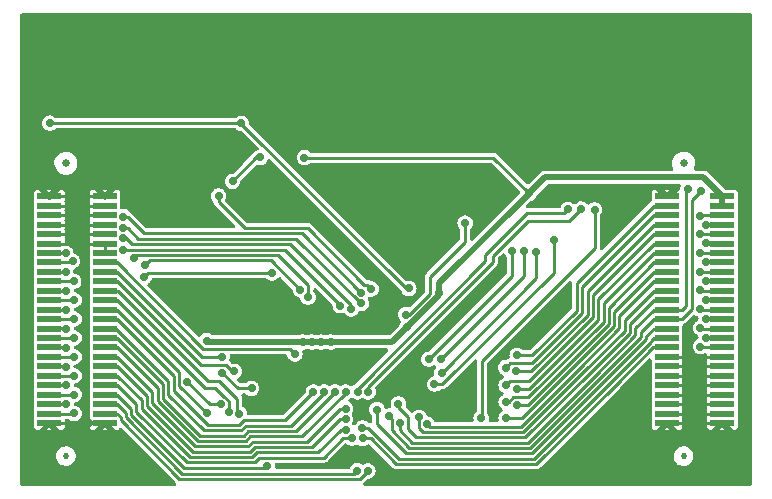
<source format=gbr>
%TF.GenerationSoftware,KiCad,Pcbnew,7.0.2*%
%TF.CreationDate,2023-05-22T10:30:23+03:00*%
%TF.ProjectId,MCU_V1,4d43555f-5631-42e6-9b69-6361645f7063,rev?*%
%TF.SameCoordinates,Original*%
%TF.FileFunction,Copper,L2,Bot*%
%TF.FilePolarity,Positive*%
%FSLAX46Y46*%
G04 Gerber Fmt 4.6, Leading zero omitted, Abs format (unit mm)*
G04 Created by KiCad (PCBNEW 7.0.2) date 2023-05-22 10:30:23*
%MOMM*%
%LPD*%
G01*
G04 APERTURE LIST*
%TA.AperFunction,SMDPad,CuDef*%
%ADD10R,2.000000X0.500000*%
%TD*%
%TA.AperFunction,ComponentPad*%
%ADD11C,0.525000*%
%TD*%
%TA.AperFunction,ComponentPad*%
%ADD12C,0.675000*%
%TD*%
%TA.AperFunction,ViaPad*%
%ADD13C,0.700000*%
%TD*%
%TA.AperFunction,ViaPad*%
%ADD14C,5.000000*%
%TD*%
%TA.AperFunction,Conductor*%
%ADD15C,0.250000*%
%TD*%
%TA.AperFunction,Conductor*%
%ADD16C,0.500000*%
%TD*%
G04 APERTURE END LIST*
D10*
%TO.P,H1,1*%
%TO.N,/+3.3*%
X165980000Y-78940000D03*
%TO.P,H1,2*%
X165980000Y-79740000D03*
%TO.P,H1,3*%
%TO.N,/A3_PIN*%
X165980000Y-80540000D03*
%TO.P,H1,4*%
%TO.N,/A4_PIN*%
X165980000Y-81340000D03*
%TO.P,H1,5*%
%TO.N,/A5_PIN*%
X165980000Y-82140000D03*
%TO.P,H1,6*%
%TO.N,/A6_PIN*%
X165980000Y-82940000D03*
%TO.P,H1,7*%
%TO.N,/A7_PIN*%
X165980000Y-83740000D03*
%TO.P,H1,8*%
%TO.N,/A8_PIN*%
X165980000Y-84540000D03*
%TO.P,H1,9*%
%TO.N,/A9_PIN*%
X165980000Y-85340000D03*
%TO.P,H1,10*%
%TO.N,/A10_PIN*%
X165980000Y-86140000D03*
%TO.P,H1,11*%
%TO.N,/A11_PIN*%
X165980000Y-86940000D03*
%TO.P,H1,12*%
%TO.N,/A12_PIN*%
X165980000Y-87740000D03*
%TO.P,H1,13*%
%TO.N,/A13_PIN*%
X165980000Y-88540000D03*
%TO.P,H1,14*%
%TO.N,/A14_PIN*%
X165980000Y-89340000D03*
%TO.P,H1,15*%
%TO.N,/A15_PIN*%
X165980000Y-90140000D03*
%TO.P,H1,16*%
%TO.N,/A16_PIN*%
X165980000Y-90940000D03*
%TO.P,H1,17*%
%TO.N,/A17_PIN*%
X165980000Y-91740000D03*
%TO.P,H1,18*%
%TO.N,GND*%
X165980000Y-92540000D03*
%TO.P,H1,19*%
X165980000Y-93340000D03*
%TO.P,H1,20*%
X165980000Y-94140000D03*
%TO.P,H1,21*%
X165980000Y-94940000D03*
%TO.P,H1,22*%
X165980000Y-95740000D03*
%TO.P,H1,23*%
X165980000Y-96540000D03*
%TO.P,H1,24*%
X165980000Y-97340000D03*
%TO.P,H1,25*%
X165980000Y-98140000D03*
%TO.P,H1,26*%
X161280000Y-78940000D03*
%TO.P,H1,27*%
%TO.N,/A27_PIN*%
X161280000Y-79740000D03*
%TO.P,H1,28*%
%TO.N,/A28_PIN*%
X161280000Y-80540000D03*
%TO.P,H1,29*%
%TO.N,/A29_PIN*%
X161280000Y-81340000D03*
%TO.P,H1,30*%
%TO.N,/A30_PIN*%
X161280000Y-82140000D03*
%TO.P,H1,31*%
%TO.N,/A31_PIN*%
X161280000Y-82940000D03*
%TO.P,H1,32*%
%TO.N,/A32_PIN*%
X161280000Y-83740000D03*
%TO.P,H1,33*%
%TO.N,/A33_PIN*%
X161280000Y-84540000D03*
%TO.P,H1,34*%
%TO.N,/A34_PIN*%
X161280000Y-85340000D03*
%TO.P,H1,35*%
%TO.N,/A35_PIN*%
X161280000Y-86140000D03*
%TO.P,H1,36*%
%TO.N,/A36_PIN*%
X161280000Y-86940000D03*
%TO.P,H1,37*%
%TO.N,/A37_PIN*%
X161280000Y-87740000D03*
%TO.P,H1,38*%
%TO.N,/A38_PIN*%
X161280000Y-88540000D03*
%TO.P,H1,39*%
%TO.N,/A39_PIN*%
X161280000Y-89340000D03*
%TO.P,H1,40*%
%TO.N,/A40_PIN*%
X161280000Y-90140000D03*
%TO.P,H1,41*%
%TO.N,/A41_PIN*%
X161280000Y-90940000D03*
%TO.P,H1,42*%
%TO.N,/A42_PIN*%
X161280000Y-91740000D03*
%TO.P,H1,43*%
%TO.N,GND*%
X161280000Y-92540000D03*
%TO.P,H1,44*%
X161280000Y-93340000D03*
%TO.P,H1,45*%
X161280000Y-94140000D03*
%TO.P,H1,46*%
X161280000Y-94940000D03*
%TO.P,H1,47*%
X161280000Y-95740000D03*
%TO.P,H1,48*%
X161280000Y-96540000D03*
%TO.P,H1,49*%
X161280000Y-97340000D03*
%TO.P,H1,50*%
X161280000Y-98140000D03*
%TO.P,H1,51*%
X113690000Y-98140000D03*
%TO.P,H1,52*%
%TO.N,/B52_PIN*%
X113690000Y-97340000D03*
%TO.P,H1,53*%
%TO.N,/B53_PIN*%
X113690000Y-96540000D03*
%TO.P,H1,54*%
%TO.N,/B54_PIN*%
X113690000Y-95740000D03*
%TO.P,H1,55*%
%TO.N,/B55_PIN*%
X113690000Y-94940000D03*
%TO.P,H1,56*%
%TO.N,/B56_PIN*%
X113690000Y-94140000D03*
%TO.P,H1,57*%
%TO.N,/B57_PIN*%
X113690000Y-93340000D03*
%TO.P,H1,58*%
%TO.N,/B58_PIN*%
X113690000Y-92540000D03*
%TO.P,H1,59*%
%TO.N,/B59_PIN*%
X113690000Y-91740000D03*
%TO.P,H1,60*%
%TO.N,/B60_PIN*%
X113690000Y-90940000D03*
%TO.P,H1,61*%
%TO.N,/B61_PIN*%
X113690000Y-90140000D03*
%TO.P,H1,62*%
%TO.N,/B62_PIN*%
X113690000Y-89340000D03*
%TO.P,H1,63*%
%TO.N,/B63_PIN*%
X113690000Y-88540000D03*
%TO.P,H1,64*%
%TO.N,/B64_PIN*%
X113690000Y-87740000D03*
%TO.P,H1,65*%
%TO.N,/B65_PIN*%
X113690000Y-86940000D03*
%TO.P,H1,66*%
%TO.N,/B66_PIN*%
X113690000Y-86140000D03*
%TO.P,H1,67*%
%TO.N,/B67_PIN*%
X113690000Y-85340000D03*
%TO.P,H1,68*%
%TO.N,/B68_PIN*%
X113690000Y-84540000D03*
%TO.P,H1,69*%
%TO.N,GND*%
X113690000Y-83740000D03*
%TO.P,H1,70*%
X113690000Y-82940000D03*
%TO.P,H1,71*%
X113690000Y-82140000D03*
%TO.P,H1,72*%
X113690000Y-81340000D03*
%TO.P,H1,73*%
X113690000Y-80540000D03*
%TO.P,H1,74*%
X113690000Y-79740000D03*
%TO.P,H1,75*%
X113690000Y-78940000D03*
%TO.P,H1,76*%
X108990000Y-98140000D03*
%TO.P,H1,77*%
%TO.N,/B77_PIN*%
X108990000Y-97340000D03*
%TO.P,H1,78*%
%TO.N,/B78_PIN*%
X108990000Y-96540000D03*
%TO.P,H1,79*%
%TO.N,/B79_PIN*%
X108990000Y-95740000D03*
%TO.P,H1,80*%
%TO.N,/B80_PIN*%
X108990000Y-94940000D03*
%TO.P,H1,81*%
%TO.N,/B81_PIN*%
X108990000Y-94140000D03*
%TO.P,H1,82*%
%TO.N,/B82_PIN*%
X108990000Y-93340000D03*
%TO.P,H1,83*%
%TO.N,/B83_PIN*%
X108990000Y-92540000D03*
%TO.P,H1,84*%
%TO.N,/B84_PIN*%
X108990000Y-91740000D03*
%TO.P,H1,85*%
%TO.N,/B85_PIN*%
X108990000Y-90940000D03*
%TO.P,H1,86*%
%TO.N,/B86_PIN*%
X108990000Y-90140000D03*
%TO.P,H1,87*%
%TO.N,/B87_PIN*%
X108990000Y-89340000D03*
%TO.P,H1,88*%
%TO.N,/B88_PIN*%
X108990000Y-88540000D03*
%TO.P,H1,89*%
%TO.N,/B89_PIN*%
X108990000Y-87740000D03*
%TO.P,H1,90*%
%TO.N,/B90_PIN*%
X108990000Y-86940000D03*
%TO.P,H1,91*%
%TO.N,/B91_PIN*%
X108990000Y-86140000D03*
%TO.P,H1,92*%
%TO.N,/B92_PIN*%
X108990000Y-85340000D03*
%TO.P,H1,93*%
%TO.N,/B93_PIN*%
X108990000Y-84540000D03*
%TO.P,H1,94*%
%TO.N,/PROG_PIN*%
X108990000Y-83740000D03*
%TO.P,H1,95*%
%TO.N,GND*%
X108990000Y-82940000D03*
%TO.P,H1,96*%
X108990000Y-82140000D03*
%TO.P,H1,97*%
X108990000Y-81340000D03*
%TO.P,H1,98*%
X108990000Y-80540000D03*
%TO.P,H1,99*%
X108990000Y-79740000D03*
%TO.P,H1,100*%
X108990000Y-78940000D03*
D11*
%TO.P,H1,MH1*%
%TO.N,N/C*%
X162680000Y-100940000D03*
X110390000Y-100940000D03*
D12*
%TO.P,H1,MH2*%
X162680000Y-76140000D03*
X110390000Y-76140000D03*
%TD*%
D13*
%TO.N,/VBAT*%
X109020000Y-72750000D03*
X139424321Y-86746825D03*
X125250000Y-72760000D03*
%TO.N,GND*%
X111390000Y-78950000D03*
X138280000Y-94970000D03*
X152620000Y-101980000D03*
X159040000Y-94530000D03*
X114670000Y-68200000D03*
X163620000Y-98100000D03*
X135560000Y-92510000D03*
X143890000Y-70220000D03*
X138160000Y-88920000D03*
X151570000Y-78680000D03*
X155310000Y-70130000D03*
X159080000Y-101860000D03*
D14*
X137480000Y-65940000D03*
D13*
X125580000Y-79990000D03*
X132134341Y-81725659D03*
X161920000Y-73150000D03*
X161950000Y-78300000D03*
X112320000Y-98140000D03*
X130830000Y-88500000D03*
X163140000Y-65950000D03*
X127290000Y-79940000D03*
X157150000Y-78690000D03*
X119650000Y-68240000D03*
X118250000Y-73720000D03*
X133700000Y-89380000D03*
X137940000Y-87290000D03*
%TO.N,/+3.3*%
X132012220Y-91280000D03*
X131221110Y-91280000D03*
X132803332Y-91280000D03*
X130580000Y-75660000D03*
X139228056Y-90038056D03*
X122294784Y-91164500D03*
X130430000Y-91280000D03*
X141990000Y-87120000D03*
X149599858Y-78699858D03*
X126838056Y-75651944D03*
X124500000Y-77670000D03*
%TO.N,/SD_DAT1*%
X154013056Y-80023056D03*
X135981696Y-95502193D03*
%TO.N,/SD_DAT0*%
X135080000Y-95500000D03*
X152893056Y-80053056D03*
%TO.N,/SD_CLK*%
X141593556Y-94850000D03*
X151710000Y-82610000D03*
%TO.N,/SD_CMD*%
X150210000Y-83650000D03*
X142191944Y-93898056D03*
%TO.N,/SD_DAT3*%
X149160000Y-83600000D03*
X142140000Y-92735000D03*
%TO.N,/SD_DAT2*%
X141095000Y-92735000D03*
X148120000Y-83540000D03*
%TO.N,/MCU_BOOT0*%
X139176894Y-88958553D03*
X144180000Y-81210000D03*
%TO.N,/MCU_NRESET*%
X123310000Y-78905000D03*
X136246281Y-86791487D03*
%TO.N,/PROG_PIN*%
X110370000Y-83740000D03*
%TO.N,/QSPI_IO3*%
X120657698Y-94642167D03*
X123529304Y-96568500D03*
%TO.N,/QSPI_IO0*%
X126110000Y-95204500D03*
X123628952Y-93869000D03*
%TO.N,/SD_CD1*%
X145540000Y-97720000D03*
X155150000Y-80090000D03*
%TO.N,/B93_PIN*%
X115239500Y-80671684D03*
X110950000Y-84430000D03*
X135402713Y-87107287D03*
%TO.N,/B92_PIN*%
X110370000Y-85342500D03*
X115239500Y-81625729D03*
X135413072Y-88006730D03*
%TO.N,/B91_PIN*%
X115239500Y-82515444D03*
X111050000Y-86130000D03*
X134540874Y-88493771D03*
%TO.N,/B90_PIN*%
X110370000Y-86945000D03*
X115239500Y-83451530D03*
X133612903Y-88202197D03*
%TO.N,/B89_PIN*%
X130887178Y-87484909D03*
X111080000Y-87720000D03*
X116120000Y-84126030D03*
%TO.N,/B88_PIN*%
X117067665Y-84800530D03*
X110370000Y-88547500D03*
X130250000Y-86850000D03*
%TO.N,/B87_PIN*%
X111080000Y-89325000D03*
X127843056Y-85436944D03*
X117020000Y-85765500D03*
%TO.N,/B86_PIN*%
X110370000Y-90150000D03*
%TO.N,/B85_PIN*%
X111080000Y-90930000D03*
%TO.N,/B84_PIN*%
X110370000Y-91752500D03*
%TO.N,/B83_PIN*%
X111080000Y-92535000D03*
%TO.N,/B82_PIN*%
X110370000Y-93355000D03*
%TO.N,/B81_PIN*%
X111080000Y-94140000D03*
%TO.N,/B80_PIN*%
X110370000Y-94957500D03*
%TO.N,/B79_PIN*%
X111080000Y-95730000D03*
%TO.N,/B78_PIN*%
X110370000Y-96560000D03*
%TO.N,/B77_PIN*%
X111080000Y-97320000D03*
%TO.N,/B67_PIN*%
X123607472Y-92519500D03*
%TO.N,/B66_PIN*%
X124650000Y-93750000D03*
%TO.N,/B65_PIN*%
X125082242Y-97358017D03*
%TO.N,/B64_PIN*%
X124203804Y-97164500D03*
%TO.N,/B63_PIN*%
X122357821Y-97305500D03*
%TO.N,/B62_PIN*%
X131334707Y-95510000D03*
%TO.N,/B61_PIN*%
X132249804Y-95510000D03*
%TO.N,/B60_PIN*%
X133164901Y-95510000D03*
%TO.N,/B59_PIN*%
X134080000Y-95510000D03*
%TO.N,/B58_PIN*%
X134065500Y-96909693D03*
%TO.N,/B57_PIN*%
X134065500Y-97809020D03*
%TO.N,/B56_PIN*%
X134065500Y-98708347D03*
%TO.N,/B55_PIN*%
X134611675Y-99423048D03*
%TO.N,/B54_PIN*%
X127420000Y-101744500D03*
%TO.N,/B53_PIN*%
X135052286Y-102172287D03*
%TO.N,/B52_PIN*%
X135951583Y-102191532D03*
%TO.N,/A39_PIN*%
X137743389Y-97540000D03*
X164120000Y-78510000D03*
%TO.N,/A38_PIN*%
X163060000Y-78310000D03*
X138651944Y-98108056D03*
%TO.N,/A37_PIN*%
X138529470Y-96513968D03*
%TO.N,/A36_PIN*%
X140284500Y-97650658D03*
%TO.N,/A35_PIN*%
X140986583Y-98225500D03*
%TO.N,/A34_PIN*%
X147654039Y-97706000D03*
%TO.N,/A33_PIN*%
X148550000Y-96630000D03*
%TO.N,/A32_PIN*%
X147666221Y-96357000D03*
%TO.N,/A31_PIN*%
X148615487Y-95264229D03*
%TO.N,/A30_PIN*%
X147670000Y-94931895D03*
%TO.N,/A29_PIN*%
X148524110Y-93765606D03*
%TO.N,/A28_PIN*%
X147630000Y-93449056D03*
%TO.N,/A27_PIN*%
X148600000Y-92416106D03*
%TO.N,/A16_PIN*%
X164600000Y-90930000D03*
%TO.N,/A15_PIN*%
X164105230Y-90086196D03*
%TO.N,/A14_PIN*%
X164600000Y-89331665D03*
%TO.N,/A13_PIN*%
X164105230Y-88501830D03*
%TO.N,/A12_PIN*%
X164600000Y-87733332D03*
%TO.N,/A11_PIN*%
X164105230Y-86917464D03*
%TO.N,/A10_PIN*%
X164600000Y-86134999D03*
%TO.N,/A9_PIN*%
X164105230Y-85333098D03*
%TO.N,/A8_PIN*%
X164600000Y-84536666D03*
%TO.N,/A7_PIN*%
X164105230Y-83748732D03*
%TO.N,/A6_PIN*%
X164600000Y-82938333D03*
%TO.N,/A5_PIN*%
X164105230Y-82164366D03*
%TO.N,/A4_PIN*%
X164600000Y-81340000D03*
%TO.N,/A3_PIN*%
X164105230Y-80580000D03*
%TO.N,/A17_PIN*%
X164105230Y-91670562D03*
%TO.N,/A40_PIN*%
X136724500Y-96995406D03*
%TO.N,/A41_PIN*%
X135493889Y-98546623D03*
%TO.N,/A42_PIN*%
X135510884Y-99445965D03*
%TO.N,/B68_PIN*%
X129780000Y-92300000D03*
%TD*%
D15*
%TO.N,/VBAT*%
X139216825Y-86746825D02*
X125250000Y-72780000D01*
X125250000Y-72780000D02*
X125250000Y-72760000D01*
X109020000Y-72750000D02*
X109020000Y-72740000D01*
X125240000Y-72750000D02*
X109020000Y-72750000D01*
X125250000Y-72760000D02*
X125240000Y-72750000D01*
X139424321Y-86746825D02*
X139216825Y-86746825D01*
X109020000Y-72740000D02*
X109040000Y-72760000D01*
%TO.N,GND*%
X165980000Y-97340000D02*
X161280000Y-97340000D01*
X161920000Y-78300000D02*
X161280000Y-78940000D01*
X111420000Y-82940000D02*
X108990000Y-82940000D01*
X165980000Y-98140000D02*
X163660000Y-98140000D01*
X113690000Y-83740000D02*
X113690000Y-82940000D01*
X111390000Y-78940000D02*
X113690000Y-78940000D01*
X165980000Y-94140000D02*
X161280000Y-94140000D01*
X113690000Y-82940000D02*
X111420000Y-82940000D01*
X108990000Y-80540000D02*
X113690000Y-80540000D01*
X132285659Y-81725659D02*
X132940000Y-82380000D01*
X111390000Y-78940000D02*
X111390000Y-82910000D01*
X130830000Y-88500000D02*
X130840000Y-88500000D01*
X130840000Y-88500000D02*
X131700000Y-89360000D01*
X108990000Y-79740000D02*
X113690000Y-79740000D01*
X108990000Y-82140000D02*
X113690000Y-82140000D01*
X125580000Y-79990000D02*
X127240000Y-79990000D01*
X133680000Y-89360000D02*
X133700000Y-89380000D01*
X165980000Y-92540000D02*
X163620000Y-92540000D01*
X161280000Y-94940000D02*
X165980000Y-94940000D01*
X161280000Y-93340000D02*
X165980000Y-93340000D01*
X132134341Y-81725659D02*
X132285659Y-81725659D01*
X137890000Y-87290000D02*
X137940000Y-87290000D01*
X112320000Y-98140000D02*
X111290000Y-98140000D01*
X163620000Y-92540000D02*
X163620000Y-98100000D01*
X111390000Y-82910000D02*
X111420000Y-82940000D01*
X127240000Y-79990000D02*
X127290000Y-79940000D01*
X111290000Y-98140000D02*
X108990000Y-98140000D01*
X131700000Y-89360000D02*
X133680000Y-89360000D01*
X163620000Y-98100000D02*
X163660000Y-98140000D01*
X165980000Y-95740000D02*
X161280000Y-95740000D01*
X163620000Y-92540000D02*
X161280000Y-92540000D01*
X138160000Y-87510000D02*
X137940000Y-87290000D01*
X112320000Y-98140000D02*
X113690000Y-98140000D01*
X163660000Y-98140000D02*
X161280000Y-98140000D01*
X161950000Y-78300000D02*
X161920000Y-78300000D01*
X108990000Y-78940000D02*
X111390000Y-78940000D01*
X138160000Y-88920000D02*
X138160000Y-87510000D01*
X132134341Y-81725659D02*
X132325659Y-81725659D01*
X113690000Y-81340000D02*
X108990000Y-81340000D01*
X161280000Y-96540000D02*
X165980000Y-96540000D01*
X132325659Y-81725659D02*
X137890000Y-87290000D01*
D16*
%TO.N,/+3.3*%
X165980000Y-79740000D02*
X165980000Y-78940000D01*
X151019716Y-77320000D02*
X164360000Y-77320000D01*
D15*
X149599858Y-78699858D02*
X149599858Y-78710142D01*
X146580000Y-75680000D02*
X149599858Y-78699858D01*
X130580000Y-75660000D02*
X130600000Y-75680000D01*
D16*
X140005241Y-89260871D02*
X140005241Y-89254759D01*
X149599858Y-78699858D02*
X150979716Y-77320000D01*
X164360000Y-77320000D02*
X165980000Y-78940000D01*
X140005241Y-89254759D02*
X141990000Y-87270000D01*
X139228056Y-90038056D02*
X137996112Y-91270000D01*
X141990000Y-87270000D02*
X141990000Y-86320000D01*
X137996112Y-91270000D02*
X122400284Y-91270000D01*
D15*
X130600000Y-75680000D02*
X146580000Y-75680000D01*
D16*
X122400284Y-91270000D02*
X122294784Y-91164500D01*
D15*
X126518056Y-75651944D02*
X124500000Y-77670000D01*
D16*
X141990000Y-86320000D02*
X149599858Y-78710142D01*
D15*
X126838056Y-75651944D02*
X126518056Y-75651944D01*
D16*
X150979716Y-77320000D02*
X151300000Y-77320000D01*
X139228056Y-90038056D02*
X140005241Y-89260871D01*
D15*
%TO.N,/SD_DAT1*%
X146540000Y-83970000D02*
X149500000Y-81010000D01*
X135981696Y-95502193D02*
X135981696Y-95068304D01*
X135981696Y-95068304D02*
X146540000Y-84510000D01*
X149500000Y-81010000D02*
X153026112Y-81010000D01*
X146540000Y-84510000D02*
X146540000Y-83970000D01*
X153026112Y-81010000D02*
X154013056Y-80023056D01*
%TO.N,/SD_DAT0*%
X152576112Y-80370000D02*
X152893056Y-80053056D01*
X149470000Y-80370000D02*
X152576112Y-80370000D01*
X135080000Y-95250000D02*
X145890000Y-84440000D01*
X145890000Y-84440000D02*
X145890000Y-83950000D01*
X145890000Y-83950000D02*
X149470000Y-80370000D01*
X135080000Y-95500000D02*
X135080000Y-95250000D01*
%TO.N,/SD_CLK*%
X151710000Y-85410000D02*
X142270000Y-94850000D01*
X151710000Y-82610000D02*
X151710000Y-85410000D01*
X142270000Y-94850000D02*
X141593556Y-94850000D01*
%TO.N,/SD_CMD*%
X150230000Y-83670000D02*
X150210000Y-83650000D01*
X142191944Y-93898056D02*
X150230000Y-85860000D01*
X142268056Y-93898056D02*
X142191944Y-93898056D01*
X150230000Y-85860000D02*
X150230000Y-83670000D01*
%TO.N,/SD_DAT3*%
X149160000Y-85715000D02*
X149160000Y-83600000D01*
X142140000Y-92735000D02*
X149160000Y-85715000D01*
%TO.N,/SD_DAT2*%
X141095000Y-92735000D02*
X148150000Y-85680000D01*
X148150000Y-83570000D02*
X148120000Y-83540000D01*
X148150000Y-85680000D02*
X148150000Y-83570000D01*
%TO.N,/MCU_BOOT0*%
X141230000Y-85760000D02*
X144180000Y-82810000D01*
X139176894Y-88958553D02*
X139461447Y-88958553D01*
X141230000Y-87190000D02*
X141230000Y-85760000D01*
X139461447Y-88958553D02*
X141230000Y-87190000D01*
X144180000Y-82810000D02*
X144180000Y-81210000D01*
%TO.N,/MCU_NRESET*%
X123310000Y-79390000D02*
X125540000Y-81620000D01*
X135887081Y-86432287D02*
X136246281Y-86791487D01*
X125540000Y-81620000D02*
X130850000Y-81620000D01*
X135662287Y-86432287D02*
X135887081Y-86432287D01*
X123310000Y-78905000D02*
X123310000Y-79390000D01*
X130850000Y-81620000D02*
X135662287Y-86432287D01*
%TO.N,/PROG_PIN*%
X110370000Y-83740000D02*
X108990000Y-83740000D01*
%TO.N,/QSPI_IO3*%
X120657698Y-94642167D02*
X122584031Y-96568500D01*
X122584031Y-96568500D02*
X123529304Y-96568500D01*
%TO.N,/QSPI_IO0*%
X123628952Y-93869000D02*
X123629000Y-93869000D01*
X124964500Y-95204500D02*
X126110000Y-95204500D01*
X123629000Y-93869000D02*
X124964500Y-95204500D01*
%TO.N,/SD_CD1*%
X155150000Y-83340000D02*
X155150000Y-80090000D01*
X145640000Y-97620000D02*
X145640000Y-92850000D01*
X145540000Y-97720000D02*
X145640000Y-97620000D01*
X145640000Y-92850000D02*
X155150000Y-83340000D01*
%TO.N,/B93_PIN*%
X130365426Y-82070000D02*
X117010000Y-82070000D01*
X110950000Y-84430000D02*
X110850000Y-84530000D01*
X135402713Y-87107287D02*
X130365426Y-82070000D01*
X117010000Y-82070000D02*
X115611684Y-80671684D01*
X115611684Y-80671684D02*
X115239500Y-80671684D01*
X109000000Y-84530000D02*
X108990000Y-84540000D01*
X110850000Y-84530000D02*
X109000000Y-84530000D01*
%TO.N,/B92_PIN*%
X109010000Y-85320000D02*
X108990000Y-85340000D01*
X115625729Y-81625729D02*
X115238339Y-81625729D01*
X129860831Y-82520000D02*
X116520000Y-82520000D01*
X135347561Y-88006730D02*
X129860831Y-82520000D01*
X110360000Y-85320000D02*
X109010000Y-85320000D01*
X116520000Y-82520000D02*
X115625729Y-81625729D01*
X135413072Y-88006730D02*
X135347561Y-88006730D01*
%TO.N,/B91_PIN*%
X111050000Y-86130000D02*
X111040000Y-86140000D01*
X129354595Y-82990000D02*
X115950000Y-82990000D01*
X111040000Y-86140000D02*
X108990000Y-86140000D01*
X115475444Y-82515444D02*
X115239500Y-82515444D01*
X115950000Y-82990000D02*
X115475444Y-82515444D01*
X134540874Y-88493771D02*
X134540874Y-88176279D01*
X134540874Y-88176279D02*
X129354595Y-82990000D01*
%TO.N,/B90_PIN*%
X109000000Y-86930000D02*
X108990000Y-86940000D01*
X110350000Y-86930000D02*
X109000000Y-86930000D01*
X133612903Y-88162903D02*
X128901530Y-83451530D01*
X133612903Y-88202197D02*
X133612903Y-88162903D01*
X128901530Y-83451530D02*
X115239500Y-83451530D01*
%TO.N,/B89_PIN*%
X116344500Y-83901530D02*
X128341530Y-83901530D01*
X111060000Y-87740000D02*
X108990000Y-87740000D01*
X130925000Y-86485000D02*
X130925000Y-87447087D01*
X128341530Y-83901530D02*
X130925000Y-86485000D01*
X130925000Y-87447087D02*
X130887178Y-87484909D01*
X116120000Y-84126030D02*
X116344500Y-83901530D01*
X111080000Y-87720000D02*
X111060000Y-87740000D01*
%TO.N,/B88_PIN*%
X109000000Y-88530000D02*
X108990000Y-88540000D01*
X117516665Y-84351530D02*
X127711530Y-84351530D01*
X110350000Y-88530000D02*
X109000000Y-88530000D01*
X117067665Y-84800530D02*
X117516665Y-84351530D01*
X127711530Y-84351530D02*
X130210000Y-86850000D01*
X130210000Y-86850000D02*
X130250000Y-86850000D01*
%TO.N,/B87_PIN*%
X117345500Y-85440000D02*
X117020000Y-85765500D01*
X111080000Y-89325000D02*
X111065000Y-89340000D01*
X127840000Y-85440000D02*
X117345500Y-85440000D01*
X111065000Y-89340000D02*
X108990000Y-89340000D01*
X127843056Y-85436944D02*
X127840000Y-85440000D01*
%TO.N,/B86_PIN*%
X109000000Y-90130000D02*
X108990000Y-90140000D01*
X110360000Y-90130000D02*
X109000000Y-90130000D01*
%TO.N,/B85_PIN*%
X111070000Y-90940000D02*
X108990000Y-90940000D01*
X111080000Y-90930000D02*
X111070000Y-90940000D01*
%TO.N,/B84_PIN*%
X109000000Y-91730000D02*
X108990000Y-91740000D01*
X110360000Y-91730000D02*
X109000000Y-91730000D01*
%TO.N,/B83_PIN*%
X111080000Y-92535000D02*
X111075000Y-92540000D01*
X111075000Y-92540000D02*
X108990000Y-92540000D01*
%TO.N,/B82_PIN*%
X109000000Y-93330000D02*
X108990000Y-93340000D01*
X110360000Y-93330000D02*
X109000000Y-93330000D01*
%TO.N,/B81_PIN*%
X111080000Y-94140000D02*
X108990000Y-94140000D01*
%TO.N,/B80_PIN*%
X109000000Y-94930000D02*
X108990000Y-94940000D01*
X110400000Y-94930000D02*
X109000000Y-94930000D01*
%TO.N,/B79_PIN*%
X111070000Y-95740000D02*
X108990000Y-95740000D01*
X111080000Y-95730000D02*
X111070000Y-95740000D01*
%TO.N,/B78_PIN*%
X109010000Y-96560000D02*
X108990000Y-96540000D01*
X110420000Y-96560000D02*
X109010000Y-96560000D01*
%TO.N,/B77_PIN*%
X108990000Y-97340000D02*
X111060000Y-97340000D01*
%TO.N,/B67_PIN*%
X114740000Y-85340000D02*
X113690000Y-85340000D01*
X123607472Y-92519500D02*
X121919500Y-92519500D01*
X121919500Y-92519500D02*
X114740000Y-85340000D01*
%TO.N,/B66_PIN*%
X124464547Y-93750000D02*
X123909047Y-93194500D01*
X114750000Y-86140000D02*
X113690000Y-86140000D01*
X121804500Y-93194500D02*
X114750000Y-86140000D01*
X124650000Y-93750000D02*
X124464547Y-93750000D01*
X123909047Y-93194500D02*
X121804500Y-93194500D01*
%TO.N,/B65_PIN*%
X123354000Y-94544000D02*
X122425145Y-94544000D01*
X114821145Y-86940000D02*
X113690000Y-86940000D01*
X124910000Y-96100000D02*
X123354000Y-94544000D01*
X124910000Y-97185775D02*
X124910000Y-96100000D01*
X125082242Y-97358017D02*
X124910000Y-97185775D01*
X122425145Y-94544000D02*
X114821145Y-86940000D01*
%TO.N,/B64_PIN*%
X123015000Y-95135000D02*
X122135000Y-95135000D01*
X124203804Y-97164500D02*
X124203804Y-96288405D01*
X114740000Y-87740000D02*
X113690000Y-87740000D01*
X123808899Y-95893500D02*
X123773500Y-95893500D01*
X124203804Y-96288405D02*
X123808899Y-95893500D01*
X123773500Y-95893500D02*
X123015000Y-95135000D01*
X122135000Y-95135000D02*
X114740000Y-87740000D01*
%TO.N,/B63_PIN*%
X114730000Y-88540000D02*
X113690000Y-88540000D01*
X122357821Y-97305500D02*
X122325500Y-97305500D01*
X119983198Y-94963198D02*
X119983198Y-93793198D01*
X122325500Y-97305500D02*
X119983198Y-94963198D01*
X119983198Y-93793198D02*
X114730000Y-88540000D01*
%TO.N,/B62_PIN*%
X119533198Y-94143198D02*
X114730000Y-89340000D01*
X121682821Y-97572821D02*
X119533198Y-95423198D01*
X131334707Y-95510000D02*
X128924707Y-97920000D01*
X125065238Y-98310000D02*
X122407726Y-98310000D01*
X114730000Y-89340000D02*
X113690000Y-89340000D01*
X125455238Y-97920000D02*
X125065238Y-98310000D01*
X122407726Y-98310000D02*
X121682821Y-97585095D01*
X121682821Y-97585095D02*
X121682821Y-97572821D01*
X119533198Y-95423198D02*
X119533198Y-94143198D01*
X128924707Y-97920000D02*
X125455238Y-97920000D01*
%TO.N,/B61_PIN*%
X129429302Y-98370000D02*
X125641634Y-98370000D01*
X132231947Y-95567355D02*
X129429302Y-98370000D01*
X122060000Y-98760000D02*
X119065000Y-95765000D01*
X132231947Y-95510000D02*
X132231947Y-95567355D01*
X125641634Y-98370000D02*
X125251634Y-98760000D01*
X119065000Y-94578604D02*
X114626396Y-90140000D01*
X125251634Y-98760000D02*
X122060000Y-98760000D01*
X119065000Y-95765000D02*
X119065000Y-94578604D01*
X114626396Y-90140000D02*
X113690000Y-90140000D01*
%TO.N,/B60_PIN*%
X133125748Y-95588651D02*
X129894399Y-98820000D01*
X129894399Y-98820000D02*
X125828030Y-98820000D01*
X133125748Y-95510000D02*
X133125748Y-95588651D01*
X125438030Y-99210000D02*
X121760000Y-99210000D01*
X114740000Y-90940000D02*
X113690000Y-90940000D01*
X121760000Y-99210000D02*
X118615000Y-96065000D01*
X118615000Y-94815000D02*
X114740000Y-90940000D01*
X118615000Y-96065000D02*
X118615000Y-94815000D01*
X125828030Y-98820000D02*
X125438030Y-99210000D01*
%TO.N,/B59_PIN*%
X118165000Y-95175000D02*
X114730000Y-91740000D01*
X121540000Y-99660000D02*
X118165000Y-96285000D01*
X130370000Y-99270000D02*
X126014426Y-99270000D01*
X118165000Y-96285000D02*
X118165000Y-95175000D01*
X134080000Y-95560000D02*
X130370000Y-99270000D01*
X126014426Y-99270000D02*
X125624426Y-99660000D01*
X134080000Y-95510000D02*
X134080000Y-95560000D01*
X125624426Y-99660000D02*
X121540000Y-99660000D01*
X114730000Y-91740000D02*
X113690000Y-91740000D01*
%TO.N,/B58_PIN*%
X117715000Y-95505000D02*
X114750000Y-92540000D01*
X125810822Y-100110000D02*
X121350000Y-100110000D01*
X121350000Y-100110000D02*
X117715000Y-96475000D01*
X133570307Y-96909693D02*
X130760000Y-99720000D01*
X126200822Y-99720000D02*
X125810822Y-100110000D01*
X114750000Y-92540000D02*
X113690000Y-92540000D01*
X130760000Y-99720000D02*
X126200822Y-99720000D01*
X134084368Y-96909693D02*
X133570307Y-96909693D01*
X117715000Y-96475000D02*
X117715000Y-95505000D01*
%TO.N,/B57_PIN*%
X126387218Y-100170000D02*
X125997218Y-100560000D01*
X114720000Y-93340000D02*
X113690000Y-93340000D01*
X121163604Y-100560000D02*
X117265000Y-96661396D01*
X134059868Y-97808862D02*
X133561138Y-97808862D01*
X133561138Y-97808862D02*
X131200000Y-100170000D01*
X117265000Y-95885000D02*
X114720000Y-93340000D01*
X125997218Y-100560000D02*
X121163604Y-100560000D01*
X117265000Y-96661396D02*
X117265000Y-95885000D01*
X131200000Y-100170000D02*
X126387218Y-100170000D01*
%TO.N,/B56_PIN*%
X116815000Y-96215000D02*
X114740000Y-94140000D01*
X116815000Y-96965000D02*
X116815000Y-96215000D01*
X134065500Y-98708347D02*
X133681653Y-98708347D01*
X114740000Y-94140000D02*
X113690000Y-94140000D01*
X126183614Y-101010000D02*
X120860000Y-101010000D01*
X133681653Y-98708347D02*
X131770000Y-100620000D01*
X120860000Y-101010000D02*
X116815000Y-96965000D01*
X131770000Y-100620000D02*
X126573614Y-100620000D01*
X126573614Y-100620000D02*
X126183614Y-101010000D01*
%TO.N,/B55_PIN*%
X116365000Y-96555000D02*
X114750000Y-94940000D01*
X126760010Y-101070000D02*
X126370010Y-101460000D01*
X134611675Y-99423048D02*
X133846952Y-99423048D01*
X126370010Y-101460000D02*
X120630000Y-101460000D01*
X116365000Y-97195000D02*
X116365000Y-96555000D01*
X132200000Y-101070000D02*
X126760010Y-101070000D01*
X114750000Y-94940000D02*
X113690000Y-94940000D01*
X133846952Y-99423048D02*
X132200000Y-101070000D01*
X120630000Y-101460000D02*
X116365000Y-97195000D01*
%TO.N,/B54_PIN*%
X115915000Y-96925000D02*
X114730000Y-95740000D01*
X120380000Y-101910000D02*
X115915000Y-97445000D01*
X115915000Y-97445000D02*
X115915000Y-96925000D01*
X114730000Y-95740000D02*
X113690000Y-95740000D01*
X127254500Y-101910000D02*
X120380000Y-101910000D01*
X127420000Y-101744500D02*
X127254500Y-101910000D01*
%TO.N,/B53_PIN*%
X120253104Y-102419500D02*
X115465000Y-97631396D01*
X135052286Y-102172287D02*
X134805073Y-102419500D01*
X134805073Y-102419500D02*
X120253104Y-102419500D01*
X115465000Y-97265000D02*
X114740000Y-96540000D01*
X114740000Y-96540000D02*
X113690000Y-96540000D01*
X115465000Y-97631396D02*
X115465000Y-97265000D01*
%TO.N,/B52_PIN*%
X114730000Y-97340000D02*
X113690000Y-97340000D01*
X115015000Y-97625000D02*
X114730000Y-97340000D01*
X115015000Y-97885000D02*
X115015000Y-97625000D01*
X135309668Y-102869500D02*
X119999500Y-102869500D01*
X135727286Y-102415829D02*
X135727286Y-102451882D01*
X135727286Y-102451882D02*
X135309668Y-102869500D01*
X135951583Y-102191532D02*
X135727286Y-102415829D01*
X119999500Y-102869500D02*
X115015000Y-97885000D01*
%TO.N,/A39_PIN*%
X162530000Y-89340000D02*
X161280000Y-89340000D01*
X137976944Y-97773555D02*
X137976944Y-98766944D01*
X137743389Y-97540000D02*
X137976944Y-97773555D01*
X155600000Y-94321980D02*
X159055000Y-90866980D01*
X137976944Y-98766944D02*
X139470000Y-100260000D01*
X163410000Y-88460000D02*
X162530000Y-89340000D01*
X159055000Y-90866980D02*
X159055000Y-90465000D01*
X160180000Y-89340000D02*
X161280000Y-89340000D01*
X163410000Y-79220000D02*
X163410000Y-88460000D01*
X164120000Y-78510000D02*
X163410000Y-79220000D01*
X149665584Y-100260000D02*
X155600000Y-94325584D01*
X155600000Y-94325584D02*
X155600000Y-94321980D01*
X159055000Y-90465000D02*
X160180000Y-89340000D01*
X139470000Y-100260000D02*
X149665584Y-100260000D01*
%TO.N,/A38_PIN*%
X160160000Y-88540000D02*
X161280000Y-88540000D01*
X149479188Y-99810000D02*
X155150000Y-94139188D01*
X163060000Y-78310000D02*
X162880000Y-78490000D01*
X158605000Y-90095000D02*
X160160000Y-88540000D01*
X155150000Y-94135584D02*
X158605000Y-90680584D01*
X162880000Y-78490000D02*
X162880000Y-88190000D01*
X162880000Y-88190000D02*
X162530000Y-88540000D01*
X158605000Y-90680584D02*
X158605000Y-90095000D01*
X138651944Y-98108056D02*
X138670000Y-98126112D01*
X162530000Y-88540000D02*
X161280000Y-88540000D01*
X155150000Y-94139188D02*
X155150000Y-94135584D01*
X138670000Y-98760000D02*
X139720000Y-99810000D01*
X138670000Y-98126112D02*
X138670000Y-98760000D01*
X139720000Y-99810000D02*
X149479188Y-99810000D01*
%TO.N,/A37_PIN*%
X138529470Y-96513968D02*
X138529470Y-96804875D01*
X149292792Y-99360000D02*
X154700000Y-93952792D01*
X158155000Y-89765000D02*
X160180000Y-87740000D01*
X154700000Y-93949188D02*
X158155000Y-90494188D01*
X140050000Y-99360000D02*
X149292792Y-99360000D01*
X158155000Y-90494188D02*
X158155000Y-89765000D01*
X160180000Y-87740000D02*
X161280000Y-87740000D01*
X139326944Y-97602349D02*
X139326944Y-98636944D01*
X154700000Y-93952792D02*
X154700000Y-93949188D01*
X139326944Y-98636944D02*
X140050000Y-99360000D01*
X138529470Y-96804875D02*
X139326944Y-97602349D01*
%TO.N,/A36_PIN*%
X157705000Y-89405000D02*
X160170000Y-86940000D01*
X154250000Y-93762792D02*
X157705000Y-90307792D01*
X140660000Y-98910000D02*
X149106396Y-98910000D01*
X140311583Y-97677741D02*
X140311583Y-98561583D01*
X149106396Y-98910000D02*
X154250000Y-93766396D01*
X154250000Y-93766396D02*
X154250000Y-93762792D01*
X140284500Y-97650658D02*
X140311583Y-97677741D01*
X160170000Y-86940000D02*
X161280000Y-86940000D01*
X140311583Y-98561583D02*
X140660000Y-98910000D01*
X157705000Y-90307792D02*
X157705000Y-89405000D01*
%TO.N,/A35_PIN*%
X148920000Y-98460000D02*
X153800000Y-93580000D01*
X141221083Y-98460000D02*
X148920000Y-98460000D01*
X140986583Y-98225500D02*
X141221083Y-98460000D01*
X157255000Y-90121396D02*
X157255000Y-89065000D01*
X157255000Y-89065000D02*
X160180000Y-86140000D01*
X160180000Y-86140000D02*
X161280000Y-86140000D01*
X153800000Y-93576396D02*
X157255000Y-90121396D01*
X153800000Y-93580000D02*
X153800000Y-93576396D01*
%TO.N,/A34_PIN*%
X147654039Y-97706000D02*
X149034000Y-97706000D01*
X149034000Y-97706000D02*
X156805000Y-89935000D01*
X156805000Y-89935000D02*
X156805000Y-88725000D01*
X160190000Y-85340000D02*
X161280000Y-85340000D01*
X156805000Y-88725000D02*
X160190000Y-85340000D01*
%TO.N,/A33_PIN*%
X148550000Y-96630000D02*
X149473604Y-96630000D01*
X149473604Y-96630000D02*
X156355000Y-89748604D01*
X160180000Y-84540000D02*
X161280000Y-84540000D01*
X156355000Y-88365000D02*
X160180000Y-84540000D01*
X156355000Y-89748604D02*
X156355000Y-88365000D01*
%TO.N,/A32_PIN*%
X147672816Y-96350405D02*
X147875000Y-96350405D01*
X155905000Y-89562208D02*
X155905000Y-88015000D01*
X148270405Y-95955000D02*
X149512208Y-95955000D01*
X155905000Y-88015000D02*
X160180000Y-83740000D01*
X149512208Y-95955000D02*
X155905000Y-89562208D01*
X147875000Y-96350405D02*
X148270405Y-95955000D01*
X160180000Y-83740000D02*
X161280000Y-83740000D01*
X147666221Y-96357000D02*
X147672816Y-96350405D01*
%TO.N,/A31_PIN*%
X149566583Y-95264229D02*
X155455000Y-89375812D01*
X148615487Y-95264229D02*
X149566583Y-95264229D01*
X160180000Y-82940000D02*
X161280000Y-82940000D01*
X155455000Y-87665000D02*
X160180000Y-82940000D01*
X155455000Y-89375812D02*
X155455000Y-87665000D01*
%TO.N,/A30_PIN*%
X149605187Y-94589229D02*
X155005000Y-89189416D01*
X147670000Y-94931895D02*
X148012666Y-94589229D01*
X155005000Y-87315000D02*
X160180000Y-82140000D01*
X155005000Y-89189416D02*
X155005000Y-87315000D01*
X148012666Y-94589229D02*
X149605187Y-94589229D01*
X160180000Y-82140000D02*
X161280000Y-82140000D01*
%TO.N,/A29_PIN*%
X154555000Y-86965000D02*
X160180000Y-81340000D01*
X148524110Y-93765606D02*
X149792414Y-93765606D01*
X149792414Y-93765606D02*
X154555000Y-89003020D01*
X160180000Y-81340000D02*
X161280000Y-81340000D01*
X154555000Y-89003020D02*
X154555000Y-86965000D01*
%TO.N,/A28_PIN*%
X154105000Y-88816624D02*
X154105000Y-86615000D01*
X147988450Y-93090606D02*
X149831018Y-93090606D01*
X154105000Y-86615000D02*
X160180000Y-80540000D01*
X160180000Y-80540000D02*
X161280000Y-80540000D01*
X147630000Y-93449056D02*
X147988450Y-93090606D01*
X149831018Y-93090606D02*
X154105000Y-88816624D01*
%TO.N,/A27_PIN*%
X148600000Y-92416106D02*
X149869122Y-92416106D01*
X153655000Y-86265000D02*
X160180000Y-79740000D01*
X149869122Y-92416106D02*
X153655000Y-88630228D01*
X153655000Y-88630228D02*
X153655000Y-86265000D01*
X160180000Y-79740000D02*
X161280000Y-79740000D01*
%TO.N,/A16_PIN*%
X165980000Y-90940000D02*
X164610000Y-90940000D01*
X164610000Y-90940000D02*
X164600000Y-90930000D01*
%TO.N,/A15_PIN*%
X165980000Y-90140000D02*
X164159034Y-90140000D01*
X164159034Y-90140000D02*
X164105230Y-90086196D01*
%TO.N,/A14_PIN*%
X165980000Y-89340000D02*
X164608335Y-89340000D01*
X164608335Y-89340000D02*
X164600000Y-89331665D01*
%TO.N,/A13_PIN*%
X164143400Y-88540000D02*
X164105230Y-88501830D01*
X165980000Y-88540000D02*
X164143400Y-88540000D01*
%TO.N,/A12_PIN*%
X164606668Y-87740000D02*
X164600000Y-87733332D01*
X165980000Y-87740000D02*
X164606668Y-87740000D01*
%TO.N,/A11_PIN*%
X165980000Y-86940000D02*
X164127766Y-86940000D01*
X164127766Y-86940000D02*
X164105230Y-86917464D01*
%TO.N,/A10_PIN*%
X164605001Y-86140000D02*
X164600000Y-86134999D01*
X165980000Y-86140000D02*
X164605001Y-86140000D01*
%TO.N,/A9_PIN*%
X165980000Y-85340000D02*
X164112132Y-85340000D01*
X164112132Y-85340000D02*
X164105230Y-85333098D01*
%TO.N,/A8_PIN*%
X164603334Y-84540000D02*
X164600000Y-84536666D01*
X165980000Y-84540000D02*
X164603334Y-84540000D01*
%TO.N,/A7_PIN*%
X164113962Y-83740000D02*
X164105230Y-83748732D01*
X165980000Y-83740000D02*
X164113962Y-83740000D01*
%TO.N,/A6_PIN*%
X164601667Y-82940000D02*
X164600000Y-82938333D01*
X165980000Y-82940000D02*
X164601667Y-82940000D01*
%TO.N,/A5_PIN*%
X164129596Y-82140000D02*
X164105230Y-82164366D01*
X165980000Y-82140000D02*
X164129596Y-82140000D01*
%TO.N,/A4_PIN*%
X165980000Y-81340000D02*
X164600000Y-81340000D01*
%TO.N,/A3_PIN*%
X164145230Y-80540000D02*
X164105230Y-80580000D01*
X165980000Y-80540000D02*
X164145230Y-80540000D01*
%TO.N,/A17_PIN*%
X164174668Y-91740000D02*
X165980000Y-91740000D01*
X164105230Y-91670562D02*
X164174668Y-91740000D01*
%TO.N,/A40_PIN*%
X136724500Y-96995406D02*
X136740000Y-97010906D01*
X136740000Y-97010906D02*
X136740000Y-98230000D01*
X159505000Y-91053376D02*
X159505000Y-90795000D01*
X160160000Y-90140000D02*
X161280000Y-90140000D01*
X149851980Y-100710000D02*
X156050000Y-94511980D01*
X156050000Y-94511980D02*
X156050000Y-94508376D01*
X136740000Y-98230000D02*
X139220000Y-100710000D01*
X159505000Y-90795000D02*
X160160000Y-90140000D01*
X156050000Y-94508376D02*
X159505000Y-91053376D01*
X139220000Y-100710000D02*
X149851980Y-100710000D01*
%TO.N,/A41_PIN*%
X156500000Y-94698376D02*
X156500000Y-94694772D01*
X135493889Y-98546623D02*
X135940227Y-98546623D01*
X138553604Y-101160000D02*
X150038376Y-101160000D01*
X156500000Y-94694772D02*
X159955000Y-91239772D01*
X150038376Y-101160000D02*
X156500000Y-94698376D01*
X160180000Y-90940000D02*
X161280000Y-90940000D01*
X159955000Y-91165000D02*
X160180000Y-90940000D01*
X135940227Y-98546623D02*
X138553604Y-101160000D01*
X159955000Y-91239772D02*
X159955000Y-91165000D01*
%TO.N,/A42_PIN*%
X160091168Y-91740000D02*
X161280000Y-91740000D01*
X135510884Y-99445965D02*
X136203173Y-99445965D01*
X156950000Y-94884772D02*
X156950000Y-94881168D01*
X156950000Y-94881168D02*
X160091168Y-91740000D01*
X150224772Y-101610000D02*
X156950000Y-94884772D01*
X136203173Y-99445965D02*
X138367208Y-101610000D01*
X138367208Y-101610000D02*
X150224772Y-101610000D01*
%TO.N,/B68_PIN*%
X114716396Y-84540000D02*
X113690000Y-84540000D01*
X129780000Y-92300000D02*
X129325000Y-91845000D01*
X129325000Y-91845000D02*
X122021396Y-91845000D01*
X122021396Y-91845000D02*
X114716396Y-84540000D01*
%TD*%
%TA.AperFunction,Conductor*%
%TO.N,GND*%
G36*
X168385537Y-63460462D02*
G01*
X168440075Y-63515000D01*
X168460037Y-63589463D01*
X168469962Y-103280987D01*
X168450018Y-103355492D01*
X168395494Y-103410043D01*
X168320999Y-103430024D01*
X168320986Y-103430024D01*
X135705371Y-103435286D01*
X135630868Y-103415336D01*
X135576321Y-103360807D01*
X135556347Y-103286310D01*
X135576297Y-103211807D01*
X135599985Y-103180930D01*
X135658196Y-103122720D01*
X135658196Y-103122719D01*
X135895242Y-102885672D01*
X135962037Y-102847109D01*
X136000601Y-102842032D01*
X136030567Y-102842032D01*
X136030568Y-102842032D01*
X136183948Y-102804228D01*
X136323823Y-102730815D01*
X136442066Y-102626062D01*
X136531803Y-102496055D01*
X136587820Y-102348350D01*
X136606861Y-102191532D01*
X136587820Y-102034714D01*
X136587819Y-102034712D01*
X136587819Y-102034710D01*
X136531804Y-101887010D01*
X136490410Y-101827040D01*
X136442066Y-101757002D01*
X136323823Y-101652249D01*
X136323821Y-101652248D01*
X136323820Y-101652247D01*
X136183950Y-101578836D01*
X136081694Y-101553633D01*
X136030568Y-101541032D01*
X135872598Y-101541032D01*
X135797300Y-101559591D01*
X135719217Y-101578836D01*
X135586830Y-101648319D01*
X135511587Y-101665265D01*
X135437951Y-101642320D01*
X135427932Y-101634792D01*
X135424526Y-101633004D01*
X135363640Y-101601048D01*
X135284653Y-101559591D01*
X135182397Y-101534388D01*
X135131271Y-101521787D01*
X134973301Y-101521787D01*
X134934955Y-101531237D01*
X134819918Y-101559591D01*
X134680048Y-101633002D01*
X134561801Y-101737759D01*
X134475203Y-101863219D01*
X134472066Y-101867764D01*
X134460660Y-101897838D01*
X134415579Y-101960416D01*
X134345246Y-101992070D01*
X134321344Y-101994000D01*
X128213169Y-101994000D01*
X128138669Y-101974038D01*
X128084131Y-101919500D01*
X128064169Y-101845000D01*
X128065254Y-101827054D01*
X128075278Y-101744500D01*
X128065316Y-101662457D01*
X128076153Y-101586097D01*
X128123720Y-101525383D01*
X128195270Y-101496586D01*
X128213230Y-101495500D01*
X132267392Y-101495500D01*
X132267393Y-101495500D01*
X132288489Y-101488644D01*
X132311217Y-101483188D01*
X132333126Y-101479719D01*
X132352888Y-101469648D01*
X132374488Y-101460701D01*
X132395581Y-101453849D01*
X132413527Y-101440809D01*
X132433453Y-101428598D01*
X132453220Y-101418528D01*
X132548528Y-101323220D01*
X132548528Y-101323219D01*
X133965268Y-99906479D01*
X134032061Y-99867917D01*
X134109189Y-99867917D01*
X134169428Y-99900310D01*
X134239434Y-99962331D01*
X134239435Y-99962331D01*
X134379307Y-100035743D01*
X134379309Y-100035743D01*
X134379310Y-100035744D01*
X134532690Y-100073548D01*
X134532691Y-100073548D01*
X134690659Y-100073548D01*
X134690660Y-100073548D01*
X134844040Y-100035744D01*
X134973770Y-99967655D01*
X135049011Y-99950709D01*
X135122647Y-99973654D01*
X135136761Y-99984259D01*
X135138642Y-99985246D01*
X135138644Y-99985248D01*
X135215248Y-100025453D01*
X135278516Y-100058660D01*
X135278518Y-100058660D01*
X135278519Y-100058661D01*
X135431899Y-100096465D01*
X135431900Y-100096465D01*
X135589868Y-100096465D01*
X135589869Y-100096465D01*
X135743249Y-100058661D01*
X135883124Y-99985248D01*
X135914724Y-99957252D01*
X135983719Y-99922795D01*
X136060706Y-99927450D01*
X136118884Y-99963424D01*
X137997722Y-101842261D01*
X137997723Y-101842263D01*
X138018680Y-101863220D01*
X138113988Y-101958528D01*
X138133749Y-101968597D01*
X138153675Y-101980807D01*
X138171627Y-101993850D01*
X138192725Y-102000704D01*
X138214324Y-102009651D01*
X138234082Y-102019719D01*
X138255984Y-102023187D01*
X138278718Y-102028645D01*
X138299815Y-102035500D01*
X150292164Y-102035500D01*
X150292165Y-102035500D01*
X150313261Y-102028644D01*
X150335989Y-102023188D01*
X150357898Y-102019719D01*
X150377660Y-102009648D01*
X150399260Y-102000701D01*
X150420353Y-101993849D01*
X150438299Y-101980809D01*
X150458225Y-101968598D01*
X150477992Y-101958528D01*
X150573300Y-101863220D01*
X150573300Y-101863219D01*
X151541474Y-100895045D01*
X161850849Y-100895045D01*
X161860570Y-101074337D01*
X161908606Y-101247351D01*
X161992714Y-101405993D01*
X162108953Y-101542841D01*
X162156304Y-101578836D01*
X162251901Y-101651507D01*
X162414862Y-101726901D01*
X162590221Y-101765500D01*
X162590222Y-101765500D01*
X162720721Y-101765500D01*
X162724760Y-101765500D01*
X162858505Y-101750954D01*
X163028662Y-101693622D01*
X163182517Y-101601050D01*
X163312875Y-101477569D01*
X163413640Y-101328951D01*
X163415924Y-101323220D01*
X163480101Y-101162147D01*
X163509150Y-100984954D01*
X163499429Y-100805662D01*
X163451393Y-100632648D01*
X163367285Y-100474006D01*
X163251046Y-100337158D01*
X163108100Y-100228494D01*
X163108099Y-100228493D01*
X162945138Y-100153099D01*
X162769779Y-100114500D01*
X162635240Y-100114500D01*
X162631230Y-100114936D01*
X162631213Y-100114937D01*
X162501499Y-100129045D01*
X162501496Y-100129045D01*
X162501495Y-100129046D01*
X162331338Y-100186378D01*
X162177483Y-100278950D01*
X162177481Y-100278951D01*
X162177482Y-100278951D01*
X162047125Y-100402431D01*
X161946357Y-100551052D01*
X161879898Y-100717852D01*
X161850849Y-100895045D01*
X151541474Y-100895045D01*
X157274554Y-95161966D01*
X157274554Y-95161965D01*
X157295511Y-95141009D01*
X157295511Y-95141008D01*
X157298528Y-95137992D01*
X157298529Y-95137989D01*
X157309389Y-95127130D01*
X157318959Y-95113955D01*
X159725645Y-92707269D01*
X159792436Y-92668708D01*
X159869564Y-92668708D01*
X159936359Y-92707272D01*
X159974923Y-92774067D01*
X159980000Y-92812624D01*
X159980000Y-92830482D01*
X159980497Y-92839071D01*
X159982909Y-92859873D01*
X159991715Y-92879816D01*
X160003545Y-92956032D01*
X159991715Y-93000182D01*
X159982910Y-93020123D01*
X159980497Y-93040921D01*
X159980000Y-93049520D01*
X159980000Y-93630486D01*
X159980497Y-93639071D01*
X159982909Y-93659873D01*
X159991715Y-93679816D01*
X160003545Y-93756032D01*
X159991715Y-93800182D01*
X159982910Y-93820123D01*
X159980497Y-93840921D01*
X159980000Y-93849520D01*
X159980000Y-94430486D01*
X159980497Y-94439071D01*
X159982909Y-94459873D01*
X159991715Y-94479816D01*
X160003545Y-94556032D01*
X159991715Y-94600182D01*
X159982910Y-94620123D01*
X159980497Y-94640921D01*
X159980000Y-94649520D01*
X159980000Y-95230486D01*
X159980497Y-95239071D01*
X159982909Y-95259873D01*
X159991715Y-95279816D01*
X160003545Y-95356032D01*
X159991715Y-95400182D01*
X159982910Y-95420123D01*
X159980497Y-95440921D01*
X159980000Y-95449520D01*
X159980000Y-96030486D01*
X159980497Y-96039071D01*
X159982909Y-96059873D01*
X159991715Y-96079816D01*
X160003545Y-96156032D01*
X159991715Y-96200182D01*
X159982910Y-96220123D01*
X159980497Y-96240921D01*
X159980000Y-96249520D01*
X159980000Y-96830486D01*
X159980497Y-96839071D01*
X159982909Y-96859873D01*
X159991715Y-96879816D01*
X160003545Y-96956032D01*
X159991715Y-97000182D01*
X159982910Y-97020123D01*
X159980497Y-97040921D01*
X159980000Y-97049520D01*
X159980000Y-97630486D01*
X159980497Y-97639071D01*
X159982909Y-97659873D01*
X159991715Y-97679816D01*
X160003545Y-97756032D01*
X159991715Y-97800182D01*
X159982910Y-97820123D01*
X159980497Y-97840921D01*
X159980000Y-97849520D01*
X159980000Y-98430486D01*
X159980497Y-98439071D01*
X159982909Y-98459876D01*
X160028212Y-98562477D01*
X160107521Y-98641786D01*
X160210126Y-98687090D01*
X160230921Y-98689502D01*
X160239519Y-98689999D01*
X160376446Y-98689999D01*
X161083552Y-98689999D01*
X161476445Y-98689999D01*
X161280000Y-98493553D01*
X161083552Y-98689999D01*
X160376446Y-98689999D01*
X161174640Y-97891805D01*
X161241435Y-97853241D01*
X161318563Y-97853241D01*
X161385358Y-97891805D01*
X162183552Y-98689999D01*
X162320486Y-98689999D01*
X162329071Y-98689502D01*
X162349876Y-98687090D01*
X162452477Y-98641787D01*
X162531786Y-98562478D01*
X162577090Y-98459873D01*
X162579502Y-98439078D01*
X162579999Y-98430479D01*
X162579999Y-97849513D01*
X162579502Y-97840928D01*
X162577090Y-97820125D01*
X162568285Y-97800184D01*
X162556454Y-97723969D01*
X162568285Y-97679813D01*
X162577090Y-97659871D01*
X162579502Y-97639078D01*
X162579999Y-97630479D01*
X162579999Y-97049513D01*
X162579502Y-97040928D01*
X162577090Y-97020125D01*
X162568285Y-97000184D01*
X162556454Y-96923969D01*
X162568285Y-96879813D01*
X162577090Y-96859871D01*
X162579502Y-96839078D01*
X162579999Y-96830479D01*
X162579999Y-96249513D01*
X162579502Y-96240928D01*
X162577090Y-96220125D01*
X162568285Y-96200184D01*
X162556454Y-96123969D01*
X162568285Y-96079813D01*
X162577090Y-96059871D01*
X162579502Y-96039078D01*
X162579999Y-96030479D01*
X162579999Y-95449513D01*
X162579502Y-95440928D01*
X162577090Y-95420125D01*
X162568285Y-95400184D01*
X162556454Y-95323969D01*
X162568285Y-95279813D01*
X162577090Y-95259871D01*
X162579502Y-95239078D01*
X162579999Y-95230479D01*
X162579999Y-94649513D01*
X162579502Y-94640928D01*
X162577090Y-94620125D01*
X162568285Y-94600184D01*
X162556454Y-94523969D01*
X162568285Y-94479813D01*
X162577090Y-94459871D01*
X162579502Y-94439078D01*
X162579999Y-94430479D01*
X162579999Y-93849513D01*
X162579502Y-93840928D01*
X162577090Y-93820125D01*
X162568285Y-93800184D01*
X162556454Y-93723969D01*
X162568285Y-93679813D01*
X162577090Y-93659871D01*
X162579502Y-93639078D01*
X162579999Y-93630479D01*
X162579999Y-93049513D01*
X162579502Y-93040928D01*
X162577090Y-93020125D01*
X162568285Y-93000184D01*
X162556454Y-92923969D01*
X162568285Y-92879813D01*
X162577090Y-92859871D01*
X162579502Y-92839078D01*
X162579999Y-92830479D01*
X162579999Y-92249513D01*
X162579502Y-92240928D01*
X162577090Y-92220125D01*
X162568558Y-92200802D01*
X162556727Y-92124587D01*
X162568556Y-92080437D01*
X162577585Y-92059991D01*
X162580500Y-92034865D01*
X162580499Y-91445136D01*
X162577585Y-91420009D01*
X162568830Y-91400182D01*
X162557000Y-91323970D01*
X162568831Y-91279816D01*
X162577585Y-91259991D01*
X162580500Y-91234865D01*
X162580499Y-90645136D01*
X162577585Y-90620009D01*
X162568830Y-90600182D01*
X162557000Y-90523970D01*
X162568831Y-90479816D01*
X162577585Y-90459991D01*
X162580500Y-90434865D01*
X162580499Y-89883126D01*
X162600461Y-89808627D01*
X162654999Y-89754089D01*
X162661849Y-89750370D01*
X162682884Y-89739651D01*
X162704488Y-89730701D01*
X162725581Y-89723849D01*
X162743527Y-89710809D01*
X162763453Y-89698598D01*
X162783220Y-89688528D01*
X162878528Y-89593220D01*
X163304256Y-89167491D01*
X163473490Y-88998256D01*
X163540283Y-88959694D01*
X163617411Y-88959694D01*
X163677651Y-88992088D01*
X163732990Y-89041113D01*
X163874137Y-89115194D01*
X163930826Y-89167491D01*
X163953771Y-89241127D01*
X163952806Y-89265084D01*
X163945532Y-89325000D01*
X163942542Y-89349623D01*
X163941089Y-89349446D01*
X163933369Y-89403822D01*
X163885799Y-89464533D01*
X163865542Y-89477342D01*
X163732991Y-89546912D01*
X163732989Y-89546913D01*
X163732990Y-89546913D01*
X163662119Y-89609699D01*
X163614745Y-89651668D01*
X163525008Y-89781674D01*
X163468993Y-89929374D01*
X163449952Y-90086196D01*
X163468993Y-90243017D01*
X163525008Y-90390717D01*
X163586507Y-90479813D01*
X163614747Y-90520726D01*
X163732990Y-90625479D01*
X163732992Y-90625480D01*
X163875732Y-90700397D01*
X163932421Y-90752694D01*
X163955366Y-90826330D01*
X163954401Y-90850284D01*
X163944722Y-90930000D01*
X163944722Y-90930002D01*
X163942542Y-90947959D01*
X163937691Y-90947370D01*
X163931738Y-90989111D01*
X163884130Y-91049792D01*
X163863948Y-91062545D01*
X163732991Y-91131278D01*
X163732989Y-91131279D01*
X163732990Y-91131279D01*
X163616065Y-91234865D01*
X163614745Y-91236034D01*
X163525008Y-91366040D01*
X163468993Y-91513740D01*
X163449952Y-91670562D01*
X163468993Y-91827383D01*
X163525008Y-91975083D01*
X163539251Y-91995717D01*
X163614747Y-92105092D01*
X163732990Y-92209845D01*
X163732992Y-92209846D01*
X163872862Y-92283257D01*
X163872864Y-92283257D01*
X163872865Y-92283258D01*
X164026245Y-92321062D01*
X164026246Y-92321062D01*
X164184214Y-92321062D01*
X164184215Y-92321062D01*
X164337595Y-92283258D01*
X164461758Y-92218091D01*
X164536998Y-92201145D01*
X164610634Y-92224090D01*
X164662932Y-92280779D01*
X164680000Y-92350024D01*
X164680000Y-92830486D01*
X164680497Y-92839071D01*
X164682909Y-92859873D01*
X164691715Y-92879816D01*
X164703545Y-92956032D01*
X164691716Y-93000181D01*
X164682910Y-93020125D01*
X164680497Y-93040923D01*
X164680000Y-93049520D01*
X164680000Y-93630486D01*
X164680497Y-93639071D01*
X164682909Y-93659873D01*
X164691715Y-93679816D01*
X164703545Y-93756032D01*
X164691716Y-93800181D01*
X164682910Y-93820125D01*
X164680497Y-93840923D01*
X164680000Y-93849520D01*
X164680000Y-94430486D01*
X164680497Y-94439071D01*
X164682909Y-94459873D01*
X164691715Y-94479816D01*
X164703545Y-94556032D01*
X164691716Y-94600181D01*
X164682910Y-94620125D01*
X164680497Y-94640923D01*
X164680000Y-94649520D01*
X164680000Y-95230486D01*
X164680497Y-95239071D01*
X164682909Y-95259873D01*
X164691715Y-95279816D01*
X164703545Y-95356032D01*
X164691716Y-95400181D01*
X164682910Y-95420125D01*
X164680497Y-95440923D01*
X164680000Y-95449520D01*
X164680000Y-96030486D01*
X164680497Y-96039071D01*
X164682909Y-96059873D01*
X164691715Y-96079816D01*
X164703545Y-96156032D01*
X164691716Y-96200181D01*
X164682910Y-96220125D01*
X164680497Y-96240923D01*
X164680000Y-96249520D01*
X164680000Y-96830486D01*
X164680497Y-96839071D01*
X164682909Y-96859873D01*
X164691715Y-96879816D01*
X164703545Y-96956032D01*
X164691716Y-97000181D01*
X164682910Y-97020125D01*
X164680497Y-97040923D01*
X164680000Y-97049520D01*
X164680000Y-97630486D01*
X164680497Y-97639071D01*
X164682909Y-97659873D01*
X164691715Y-97679816D01*
X164703545Y-97756032D01*
X164691716Y-97800181D01*
X164682910Y-97820125D01*
X164680497Y-97840923D01*
X164680000Y-97849520D01*
X164680000Y-98430486D01*
X164680497Y-98439071D01*
X164682909Y-98459876D01*
X164728212Y-98562477D01*
X164807521Y-98641786D01*
X164910126Y-98687090D01*
X164930921Y-98689502D01*
X164939519Y-98689999D01*
X165076446Y-98689999D01*
X165783552Y-98689999D01*
X166176445Y-98689999D01*
X165980000Y-98493553D01*
X165783552Y-98689999D01*
X165076446Y-98689999D01*
X165874640Y-97891805D01*
X165941435Y-97853241D01*
X166018563Y-97853241D01*
X166085358Y-97891805D01*
X166883552Y-98689999D01*
X167020486Y-98689999D01*
X167029071Y-98689502D01*
X167049876Y-98687090D01*
X167152477Y-98641787D01*
X167231786Y-98562478D01*
X167277090Y-98459873D01*
X167279502Y-98439078D01*
X167279999Y-98430479D01*
X167279999Y-97849513D01*
X167279502Y-97840928D01*
X167277090Y-97820125D01*
X167268285Y-97800184D01*
X167256454Y-97723969D01*
X167268285Y-97679813D01*
X167277090Y-97659871D01*
X167279502Y-97639078D01*
X167279999Y-97630479D01*
X167279999Y-97049513D01*
X167279502Y-97040928D01*
X167277090Y-97020125D01*
X167268285Y-97000184D01*
X167256454Y-96923969D01*
X167268285Y-96879813D01*
X167277090Y-96859871D01*
X167279502Y-96839078D01*
X167279999Y-96830479D01*
X167279999Y-96249513D01*
X167279502Y-96240928D01*
X167277090Y-96220125D01*
X167268285Y-96200184D01*
X167256454Y-96123969D01*
X167268285Y-96079813D01*
X167277090Y-96059871D01*
X167279502Y-96039078D01*
X167279999Y-96030479D01*
X167279999Y-95449513D01*
X167279502Y-95440928D01*
X167277090Y-95420125D01*
X167268285Y-95400184D01*
X167256454Y-95323969D01*
X167268285Y-95279813D01*
X167277090Y-95259871D01*
X167279502Y-95239078D01*
X167279999Y-95230479D01*
X167279999Y-94649513D01*
X167279502Y-94640928D01*
X167277090Y-94620125D01*
X167268285Y-94600184D01*
X167256454Y-94523969D01*
X167268285Y-94479813D01*
X167277090Y-94459871D01*
X167279502Y-94439078D01*
X167279999Y-94430479D01*
X167279999Y-93849513D01*
X167279502Y-93840928D01*
X167277090Y-93820125D01*
X167268285Y-93800184D01*
X167256454Y-93723969D01*
X167268285Y-93679813D01*
X167277090Y-93659871D01*
X167279502Y-93639078D01*
X167279999Y-93630479D01*
X167279999Y-93049513D01*
X167279502Y-93040928D01*
X167277090Y-93020125D01*
X167268285Y-93000184D01*
X167256454Y-92923969D01*
X167268285Y-92879813D01*
X167277090Y-92859871D01*
X167279502Y-92839078D01*
X167279999Y-92830479D01*
X167279999Y-92249513D01*
X167279502Y-92240928D01*
X167277090Y-92220125D01*
X167268558Y-92200802D01*
X167256727Y-92124587D01*
X167268556Y-92080437D01*
X167277585Y-92059991D01*
X167280500Y-92034865D01*
X167280499Y-91445136D01*
X167277585Y-91420009D01*
X167268830Y-91400180D01*
X167257000Y-91323970D01*
X167268831Y-91279816D01*
X167277585Y-91259991D01*
X167280500Y-91234865D01*
X167280499Y-90645136D01*
X167277585Y-90620009D01*
X167268830Y-90600180D01*
X167257000Y-90523970D01*
X167268831Y-90479816D01*
X167277585Y-90459991D01*
X167280500Y-90434865D01*
X167280499Y-89845136D01*
X167277585Y-89820009D01*
X167268830Y-89800180D01*
X167257000Y-89723970D01*
X167268831Y-89679816D01*
X167277585Y-89659991D01*
X167280500Y-89634865D01*
X167280499Y-89045136D01*
X167277585Y-89020009D01*
X167268830Y-89000180D01*
X167257000Y-88923970D01*
X167268831Y-88879816D01*
X167277585Y-88859991D01*
X167280500Y-88834865D01*
X167280499Y-88245136D01*
X167277585Y-88220009D01*
X167268830Y-88200180D01*
X167257000Y-88123970D01*
X167268831Y-88079816D01*
X167277585Y-88059991D01*
X167280500Y-88034865D01*
X167280499Y-87445136D01*
X167277585Y-87420009D01*
X167268830Y-87400180D01*
X167257000Y-87323970D01*
X167268831Y-87279816D01*
X167277585Y-87259991D01*
X167280500Y-87234865D01*
X167280499Y-86645136D01*
X167277585Y-86620009D01*
X167268830Y-86600180D01*
X167257000Y-86523970D01*
X167268831Y-86479816D01*
X167277585Y-86459991D01*
X167280500Y-86434865D01*
X167280499Y-85845136D01*
X167277585Y-85820009D01*
X167268830Y-85800180D01*
X167257000Y-85723970D01*
X167268831Y-85679816D01*
X167277585Y-85659991D01*
X167280500Y-85634865D01*
X167280499Y-85045136D01*
X167277585Y-85020009D01*
X167268830Y-85000180D01*
X167257000Y-84923970D01*
X167268831Y-84879816D01*
X167277585Y-84859991D01*
X167280500Y-84834865D01*
X167280499Y-84245136D01*
X167277585Y-84220009D01*
X167268830Y-84200182D01*
X167257000Y-84123970D01*
X167268831Y-84079816D01*
X167277585Y-84059991D01*
X167280500Y-84034865D01*
X167280499Y-83445136D01*
X167277585Y-83420009D01*
X167268830Y-83400182D01*
X167257000Y-83323970D01*
X167268831Y-83279816D01*
X167277585Y-83259991D01*
X167280500Y-83234865D01*
X167280499Y-82645136D01*
X167277585Y-82620009D01*
X167268830Y-82600182D01*
X167257000Y-82523970D01*
X167268831Y-82479816D01*
X167277585Y-82459991D01*
X167280500Y-82434865D01*
X167280499Y-81845136D01*
X167277585Y-81820009D01*
X167268830Y-81800182D01*
X167257000Y-81723970D01*
X167268831Y-81679816D01*
X167277585Y-81659991D01*
X167280500Y-81634865D01*
X167280499Y-81045136D01*
X167277585Y-81020009D01*
X167268830Y-81000182D01*
X167257000Y-80923970D01*
X167268831Y-80879816D01*
X167277585Y-80859991D01*
X167280500Y-80834865D01*
X167280499Y-80245136D01*
X167277585Y-80220009D01*
X167268830Y-80200182D01*
X167257000Y-80123970D01*
X167268831Y-80079816D01*
X167277585Y-80059991D01*
X167280500Y-80034865D01*
X167280499Y-79445136D01*
X167277585Y-79420009D01*
X167268830Y-79400182D01*
X167257000Y-79323970D01*
X167268831Y-79279816D01*
X167277585Y-79259991D01*
X167280500Y-79234865D01*
X167280499Y-78645136D01*
X167277585Y-78620009D01*
X167277585Y-78620007D01*
X167232206Y-78517235D01*
X167152766Y-78437795D01*
X167152765Y-78437795D01*
X167152765Y-78437794D01*
X167049991Y-78392415D01*
X167049990Y-78392414D01*
X167049988Y-78392414D01*
X167029132Y-78389995D01*
X167029131Y-78389994D01*
X167024865Y-78389500D01*
X167020569Y-78389500D01*
X166269743Y-78389500D01*
X166195243Y-78369538D01*
X166164384Y-78345859D01*
X164757701Y-76939176D01*
X164754166Y-76935518D01*
X164735558Y-76915594D01*
X164710680Y-76888956D01*
X164678667Y-76869488D01*
X164676671Y-76868274D01*
X164664061Y-76859692D01*
X164632340Y-76835637D01*
X164617632Y-76829837D01*
X164594886Y-76818539D01*
X164581383Y-76810328D01*
X164543046Y-76799586D01*
X164528589Y-76794724D01*
X164491566Y-76780124D01*
X164487589Y-76779715D01*
X164475837Y-76778506D01*
X164450888Y-76773765D01*
X164435665Y-76769500D01*
X164435664Y-76769500D01*
X164395865Y-76769500D01*
X164380628Y-76768719D01*
X164362058Y-76766810D01*
X164341028Y-76764648D01*
X164341027Y-76764648D01*
X164331691Y-76766257D01*
X164325454Y-76767333D01*
X164300138Y-76769500D01*
X163696804Y-76769500D01*
X163622304Y-76749538D01*
X163567766Y-76695000D01*
X163547804Y-76620500D01*
X163563031Y-76554881D01*
X163564237Y-76552422D01*
X163599495Y-76480544D01*
X163649224Y-76288480D01*
X163659272Y-76090337D01*
X163629230Y-75894227D01*
X163560325Y-75708180D01*
X163455380Y-75539811D01*
X163420558Y-75503178D01*
X163318692Y-75396014D01*
X163155854Y-75282675D01*
X162973533Y-75204436D01*
X162779199Y-75164500D01*
X162630527Y-75164500D01*
X162626770Y-75164882D01*
X162626771Y-75164882D01*
X162482619Y-75179541D01*
X162293318Y-75238934D01*
X162119854Y-75335215D01*
X161969320Y-75464443D01*
X161847877Y-75621335D01*
X161760505Y-75799455D01*
X161710776Y-75991520D01*
X161700728Y-76189663D01*
X161730770Y-76385775D01*
X161798538Y-76568752D01*
X161805693Y-76645547D01*
X161773491Y-76715631D01*
X161710561Y-76760225D01*
X161658813Y-76769500D01*
X150991652Y-76769500D01*
X150986566Y-76769413D01*
X150922887Y-76767237D01*
X150884216Y-76776661D01*
X150869231Y-76779509D01*
X150829797Y-76784929D01*
X150815293Y-76791229D01*
X150791213Y-76799326D01*
X150775864Y-76803066D01*
X150741160Y-76822578D01*
X150727506Y-76829359D01*
X150690995Y-76845219D01*
X150678732Y-76855196D01*
X150657733Y-76869488D01*
X150643955Y-76877235D01*
X150615812Y-76905377D01*
X150604492Y-76915594D01*
X150573607Y-76940722D01*
X150564491Y-76953636D01*
X150548126Y-76973063D01*
X149616828Y-77904362D01*
X149550033Y-77942926D01*
X149472905Y-77942926D01*
X149406110Y-77904362D01*
X146878151Y-75376403D01*
X146878146Y-75376395D01*
X146833220Y-75331471D01*
X146813458Y-75321402D01*
X146793525Y-75309187D01*
X146775582Y-75296151D01*
X146763310Y-75292164D01*
X146754492Y-75289298D01*
X146732890Y-75280351D01*
X146713124Y-75270279D01*
X146691217Y-75266810D01*
X146668482Y-75261352D01*
X146647394Y-75254500D01*
X146647393Y-75254500D01*
X146613488Y-75254500D01*
X131159759Y-75254500D01*
X131085259Y-75234538D01*
X131060959Y-75217032D01*
X130952240Y-75120717D01*
X130952238Y-75120716D01*
X130952237Y-75120715D01*
X130812367Y-75047304D01*
X130710111Y-75022101D01*
X130658985Y-75009500D01*
X130501015Y-75009500D01*
X130462670Y-75018951D01*
X130347632Y-75047304D01*
X130207762Y-75120715D01*
X130207759Y-75120717D01*
X130207760Y-75120717D01*
X130098611Y-75217414D01*
X130089515Y-75225472D01*
X129999778Y-75355478D01*
X129943763Y-75503178D01*
X129924722Y-75659999D01*
X129943763Y-75816821D01*
X129999778Y-75964521D01*
X130080318Y-76081202D01*
X130089517Y-76094530D01*
X130207760Y-76199283D01*
X130207762Y-76199284D01*
X130347632Y-76272695D01*
X130347634Y-76272695D01*
X130347635Y-76272696D01*
X130501015Y-76310500D01*
X130501016Y-76310500D01*
X130658984Y-76310500D01*
X130658985Y-76310500D01*
X130812365Y-76272696D01*
X130952240Y-76199283D01*
X131015803Y-76142971D01*
X131084805Y-76108511D01*
X131114608Y-76105500D01*
X146342034Y-76105500D01*
X146416534Y-76125462D01*
X146447393Y-76149141D01*
X148809504Y-78511252D01*
X148848068Y-78578047D01*
X148848068Y-78655175D01*
X148809504Y-78721970D01*
X144859859Y-82671615D01*
X144793064Y-82710179D01*
X144715936Y-82710179D01*
X144649141Y-82671615D01*
X144610577Y-82604820D01*
X144605500Y-82566256D01*
X144605500Y-81769158D01*
X144625462Y-81694658D01*
X144655693Y-81657631D01*
X144670483Y-81644530D01*
X144760220Y-81514523D01*
X144777519Y-81468911D01*
X144816236Y-81366821D01*
X144816236Y-81366820D01*
X144816237Y-81366818D01*
X144835278Y-81210000D01*
X144816237Y-81053182D01*
X144816236Y-81053180D01*
X144816236Y-81053178D01*
X144760221Y-80905478D01*
X144670484Y-80775472D01*
X144670483Y-80775470D01*
X144552240Y-80670717D01*
X144552238Y-80670716D01*
X144552237Y-80670715D01*
X144412367Y-80597304D01*
X144310111Y-80572101D01*
X144258985Y-80559500D01*
X144101015Y-80559500D01*
X144062670Y-80568951D01*
X143947632Y-80597304D01*
X143807762Y-80670715D01*
X143689515Y-80775472D01*
X143599778Y-80905478D01*
X143543763Y-81053178D01*
X143524722Y-81210000D01*
X143543763Y-81366821D01*
X143599778Y-81514521D01*
X143638956Y-81571280D01*
X143689517Y-81644530D01*
X143704304Y-81657630D01*
X143746831Y-81721971D01*
X143754500Y-81769158D01*
X143754500Y-82572033D01*
X143734538Y-82646533D01*
X143710859Y-82677392D01*
X140955822Y-85432429D01*
X140881470Y-85506780D01*
X140871399Y-85526546D01*
X140859186Y-85546476D01*
X140846149Y-85564420D01*
X140839295Y-85585514D01*
X140830350Y-85607110D01*
X140820280Y-85626873D01*
X140816809Y-85648788D01*
X140811352Y-85671518D01*
X140804500Y-85692606D01*
X140804500Y-86952033D01*
X140784538Y-87026533D01*
X140760859Y-87057392D01*
X139519332Y-88298918D01*
X139452537Y-88337482D01*
X139378316Y-88338230D01*
X139303161Y-88319706D01*
X139255879Y-88308053D01*
X139097909Y-88308053D01*
X139084926Y-88311253D01*
X138944526Y-88345857D01*
X138804656Y-88419268D01*
X138686409Y-88524025D01*
X138596672Y-88654031D01*
X138540657Y-88801731D01*
X138521616Y-88958553D01*
X138540657Y-89115374D01*
X138596672Y-89263074D01*
X138686411Y-89393083D01*
X138709491Y-89413530D01*
X138752018Y-89477874D01*
X138756675Y-89554861D01*
X138733311Y-89609699D01*
X138647835Y-89733534D01*
X138594284Y-89874736D01*
X138560326Y-89927259D01*
X137811728Y-90675859D01*
X137744933Y-90714423D01*
X137706369Y-90719500D01*
X133171873Y-90719500D01*
X133102629Y-90702433D01*
X133035697Y-90667304D01*
X132963222Y-90649441D01*
X132882317Y-90629500D01*
X132724347Y-90629500D01*
X132678273Y-90640856D01*
X132570966Y-90667304D01*
X132504035Y-90702433D01*
X132434791Y-90719500D01*
X132380761Y-90719500D01*
X132311517Y-90702433D01*
X132244585Y-90667304D01*
X132172110Y-90649441D01*
X132091205Y-90629500D01*
X131933235Y-90629500D01*
X131887161Y-90640856D01*
X131779854Y-90667304D01*
X131712923Y-90702433D01*
X131643679Y-90719500D01*
X131589651Y-90719500D01*
X131520407Y-90702433D01*
X131453475Y-90667304D01*
X131381000Y-90649441D01*
X131300095Y-90629500D01*
X131142125Y-90629500D01*
X131096051Y-90640856D01*
X130988744Y-90667304D01*
X130921813Y-90702433D01*
X130852569Y-90719500D01*
X130798541Y-90719500D01*
X130729297Y-90702433D01*
X130662365Y-90667304D01*
X130589890Y-90649441D01*
X130508985Y-90629500D01*
X130351015Y-90629500D01*
X130304941Y-90640856D01*
X130197634Y-90667304D01*
X130130703Y-90702433D01*
X130061459Y-90719500D01*
X122829956Y-90719500D01*
X122755456Y-90699538D01*
X122731158Y-90682034D01*
X122667024Y-90625217D01*
X122667022Y-90625216D01*
X122667021Y-90625215D01*
X122527151Y-90551804D01*
X122401058Y-90520726D01*
X122373769Y-90514000D01*
X122215799Y-90514000D01*
X122188522Y-90520723D01*
X122062416Y-90551804D01*
X121922546Y-90625215D01*
X121922249Y-90625478D01*
X121816120Y-90719500D01*
X121804298Y-90729973D01*
X121784908Y-90758065D01*
X121726159Y-90808037D01*
X121650294Y-90821940D01*
X121577642Y-90796047D01*
X121556925Y-90778782D01*
X117332577Y-86554433D01*
X117294013Y-86487638D01*
X117294013Y-86410510D01*
X117332577Y-86343715D01*
X117368690Y-86317143D01*
X117392240Y-86304783D01*
X117510483Y-86200030D01*
X117600220Y-86070023D01*
X117636947Y-85973182D01*
X117641316Y-85961663D01*
X117686399Y-85899084D01*
X117756732Y-85867429D01*
X117780633Y-85865500D01*
X127289322Y-85865500D01*
X127363822Y-85885462D01*
X127388126Y-85902971D01*
X127470816Y-85976227D01*
X127610688Y-86049639D01*
X127610690Y-86049639D01*
X127610691Y-86049640D01*
X127764071Y-86087444D01*
X127764072Y-86087444D01*
X127922040Y-86087444D01*
X127922041Y-86087444D01*
X128075421Y-86049640D01*
X128215296Y-85976227D01*
X128333539Y-85871474D01*
X128352931Y-85843378D01*
X128411678Y-85793408D01*
X128487543Y-85779504D01*
X128560195Y-85805395D01*
X128580914Y-85822662D01*
X129556495Y-86798242D01*
X129595059Y-86865037D01*
X129599048Y-86885634D01*
X129601236Y-86903646D01*
X129613763Y-87006821D01*
X129669778Y-87154521D01*
X129728189Y-87239143D01*
X129759517Y-87284530D01*
X129877760Y-87389283D01*
X129877762Y-87389284D01*
X130017632Y-87462695D01*
X130017634Y-87462695D01*
X130017635Y-87462696D01*
X130135870Y-87491837D01*
X130203427Y-87529048D01*
X130243329Y-87595053D01*
X130248125Y-87618545D01*
X130250940Y-87641726D01*
X130306956Y-87789430D01*
X130348701Y-87849908D01*
X130396695Y-87919439D01*
X130514938Y-88024192D01*
X130514940Y-88024193D01*
X130654810Y-88097604D01*
X130654812Y-88097604D01*
X130654813Y-88097605D01*
X130808193Y-88135409D01*
X130808194Y-88135409D01*
X130966162Y-88135409D01*
X130966163Y-88135409D01*
X131119543Y-88097605D01*
X131259418Y-88024192D01*
X131377661Y-87919439D01*
X131467398Y-87789432D01*
X131523415Y-87641727D01*
X131542456Y-87484909D01*
X131523415Y-87328091D01*
X131523414Y-87328089D01*
X131523414Y-87328087D01*
X131486426Y-87230558D01*
X131467398Y-87180386D01*
X131378330Y-87051348D01*
X131376875Y-87049240D01*
X131350983Y-86976588D01*
X131350500Y-86964599D01*
X131350500Y-86861966D01*
X131370462Y-86787466D01*
X131425000Y-86732928D01*
X131499500Y-86712966D01*
X131574000Y-86732928D01*
X131604859Y-86756607D01*
X132916376Y-88068124D01*
X132954940Y-88134919D01*
X132958931Y-88191440D01*
X132957625Y-88202197D01*
X132964557Y-88259284D01*
X132976666Y-88359018D01*
X133032681Y-88506718D01*
X133060831Y-88547500D01*
X133122420Y-88636727D01*
X133240663Y-88741480D01*
X133240665Y-88741481D01*
X133380535Y-88814892D01*
X133380537Y-88814892D01*
X133380538Y-88814893D01*
X133533918Y-88852697D01*
X133533919Y-88852697D01*
X133691891Y-88852697D01*
X133853811Y-88812788D01*
X133930923Y-88814341D01*
X133996928Y-88854243D01*
X134012092Y-88872816D01*
X134050388Y-88928298D01*
X134050390Y-88928300D01*
X134050391Y-88928301D01*
X134168634Y-89033054D01*
X134168636Y-89033055D01*
X134308506Y-89106466D01*
X134308508Y-89106466D01*
X134308509Y-89106467D01*
X134461889Y-89144271D01*
X134461890Y-89144271D01*
X134619858Y-89144271D01*
X134619859Y-89144271D01*
X134773239Y-89106467D01*
X134913114Y-89033054D01*
X135031357Y-88928301D01*
X135121094Y-88798294D01*
X135141419Y-88744701D01*
X135186500Y-88682124D01*
X135256832Y-88650469D01*
X135316393Y-88652868D01*
X135334087Y-88657230D01*
X135492056Y-88657230D01*
X135492057Y-88657230D01*
X135645437Y-88619426D01*
X135785312Y-88546013D01*
X135903555Y-88441260D01*
X135993292Y-88311253D01*
X136019983Y-88240876D01*
X136049308Y-88163551D01*
X136049308Y-88163550D01*
X136049309Y-88163548D01*
X136068350Y-88006730D01*
X136049309Y-87849912D01*
X136049308Y-87849910D01*
X136049308Y-87849908D01*
X135993293Y-87702210D01*
X135993292Y-87702207D01*
X135964358Y-87660290D01*
X135938468Y-87587641D01*
X135952371Y-87511776D01*
X136002343Y-87453026D01*
X136074995Y-87427134D01*
X136122641Y-87430980D01*
X136167296Y-87441987D01*
X136325265Y-87441987D01*
X136325266Y-87441987D01*
X136478646Y-87404183D01*
X136618521Y-87330770D01*
X136736764Y-87226017D01*
X136826501Y-87096010D01*
X136844239Y-87049240D01*
X136882517Y-86948308D01*
X136882517Y-86948307D01*
X136882518Y-86948305D01*
X136901559Y-86791487D01*
X136882518Y-86634669D01*
X136882517Y-86634667D01*
X136882517Y-86634665D01*
X136826502Y-86486965D01*
X136736765Y-86356959D01*
X136736764Y-86356957D01*
X136618521Y-86252204D01*
X136618519Y-86252203D01*
X136618518Y-86252202D01*
X136478648Y-86178791D01*
X136376392Y-86153588D01*
X136325266Y-86140987D01*
X136325265Y-86140987D01*
X136259247Y-86140987D01*
X136184747Y-86121025D01*
X136153888Y-86097346D01*
X136140300Y-86083758D01*
X136120541Y-86073691D01*
X136100604Y-86061473D01*
X136082663Y-86048438D01*
X136070391Y-86044451D01*
X136061573Y-86041585D01*
X136039971Y-86032638D01*
X136020205Y-86022566D01*
X135998298Y-86019097D01*
X135975563Y-86013639D01*
X135954475Y-86006787D01*
X135954474Y-86006787D01*
X135920569Y-86006787D01*
X135900253Y-86006787D01*
X135825753Y-85986825D01*
X135794894Y-85963146D01*
X131148151Y-81316403D01*
X131148146Y-81316395D01*
X131103220Y-81271471D01*
X131083458Y-81261402D01*
X131063525Y-81249187D01*
X131045582Y-81236151D01*
X131033310Y-81232164D01*
X131024492Y-81229298D01*
X131002890Y-81220351D01*
X130983124Y-81210279D01*
X130961217Y-81206810D01*
X130938482Y-81201352D01*
X130917394Y-81194500D01*
X130917393Y-81194500D01*
X130883488Y-81194500D01*
X125777966Y-81194500D01*
X125703466Y-81174538D01*
X125672607Y-81150859D01*
X123913115Y-79391367D01*
X123874551Y-79324572D01*
X123874551Y-79247444D01*
X123884193Y-79226587D01*
X123883805Y-79226440D01*
X123946236Y-79061821D01*
X123946236Y-79061820D01*
X123946237Y-79061818D01*
X123965278Y-78905000D01*
X123946237Y-78748182D01*
X123946236Y-78748180D01*
X123946236Y-78748178D01*
X123890221Y-78600478D01*
X123849951Y-78542137D01*
X123800483Y-78470470D01*
X123682240Y-78365717D01*
X123682238Y-78365716D01*
X123682237Y-78365715D01*
X123542367Y-78292304D01*
X123407076Y-78258959D01*
X123388985Y-78254500D01*
X123231015Y-78254500D01*
X123212924Y-78258959D01*
X123077632Y-78292304D01*
X122937762Y-78365715D01*
X122910350Y-78390000D01*
X122823640Y-78466818D01*
X122819515Y-78470472D01*
X122729778Y-78600478D01*
X122673763Y-78748178D01*
X122654722Y-78905000D01*
X122673763Y-79061821D01*
X122729778Y-79209521D01*
X122794689Y-79303561D01*
X122819517Y-79339530D01*
X122834305Y-79352631D01*
X122876831Y-79416974D01*
X122882301Y-79450628D01*
X122891352Y-79478483D01*
X122896810Y-79501217D01*
X122900280Y-79523125D01*
X122910351Y-79542890D01*
X122919300Y-79564495D01*
X122926151Y-79585582D01*
X122939186Y-79603523D01*
X122951404Y-79623460D01*
X122961471Y-79643219D01*
X124708393Y-81390141D01*
X124746957Y-81456936D01*
X124746957Y-81534064D01*
X124708393Y-81600859D01*
X124641598Y-81639423D01*
X124603034Y-81644500D01*
X117247966Y-81644500D01*
X117173466Y-81624538D01*
X117142607Y-81600859D01*
X115909835Y-80368087D01*
X115909830Y-80368079D01*
X115864904Y-80323155D01*
X115845142Y-80313086D01*
X115825209Y-80300871D01*
X115807267Y-80287836D01*
X115807265Y-80287835D01*
X115800680Y-80285695D01*
X115743848Y-80248788D01*
X115743527Y-80249152D01*
X115741107Y-80247008D01*
X115735996Y-80243689D01*
X115732814Y-80239661D01*
X115611739Y-80132400D01*
X115471867Y-80058988D01*
X115319653Y-80021472D01*
X115318485Y-80021184D01*
X115160515Y-80021184D01*
X115142423Y-80021184D01*
X115142423Y-80017049D01*
X115097508Y-80016133D01*
X115031513Y-79976215D01*
X114994319Y-79908648D01*
X114989999Y-79873027D01*
X114989999Y-79449513D01*
X114989502Y-79440928D01*
X114987090Y-79420125D01*
X114978285Y-79400184D01*
X114966454Y-79323969D01*
X114978285Y-79279813D01*
X114987090Y-79259871D01*
X114989502Y-79239078D01*
X114989999Y-79230479D01*
X114989999Y-78649513D01*
X114989502Y-78640928D01*
X114987090Y-78620123D01*
X114941787Y-78517522D01*
X114862478Y-78438213D01*
X114759873Y-78392909D01*
X114739078Y-78390497D01*
X114730480Y-78390000D01*
X114593552Y-78390000D01*
X113795358Y-79188193D01*
X113728563Y-79226757D01*
X113651435Y-79226757D01*
X113584640Y-79188193D01*
X112786447Y-78390000D01*
X113493554Y-78390000D01*
X113689999Y-78586446D01*
X113886445Y-78390000D01*
X113493554Y-78390000D01*
X112786447Y-78390000D01*
X112649513Y-78390000D01*
X112640929Y-78390497D01*
X112620123Y-78392909D01*
X112517522Y-78438212D01*
X112438213Y-78517521D01*
X112392909Y-78620126D01*
X112390497Y-78640921D01*
X112390000Y-78649520D01*
X112390000Y-79230486D01*
X112390497Y-79239071D01*
X112392909Y-79259873D01*
X112401715Y-79279816D01*
X112413545Y-79356032D01*
X112401715Y-79400182D01*
X112392910Y-79420123D01*
X112390497Y-79440921D01*
X112390000Y-79449520D01*
X112390000Y-80030486D01*
X112390497Y-80039071D01*
X112392909Y-80059873D01*
X112401715Y-80079816D01*
X112413545Y-80156032D01*
X112401715Y-80200182D01*
X112392910Y-80220123D01*
X112390497Y-80240921D01*
X112390000Y-80249520D01*
X112390000Y-80830486D01*
X112390497Y-80839071D01*
X112392909Y-80859873D01*
X112401715Y-80879816D01*
X112413545Y-80956032D01*
X112401715Y-81000182D01*
X112392910Y-81020123D01*
X112390497Y-81040921D01*
X112390000Y-81049520D01*
X112390000Y-81630486D01*
X112390497Y-81639071D01*
X112392909Y-81659873D01*
X112401715Y-81679816D01*
X112413545Y-81756032D01*
X112401715Y-81800182D01*
X112392910Y-81820123D01*
X112390497Y-81840921D01*
X112390000Y-81849520D01*
X112390000Y-82430486D01*
X112390497Y-82439071D01*
X112392909Y-82459873D01*
X112401715Y-82479816D01*
X112413545Y-82556032D01*
X112401715Y-82600182D01*
X112392910Y-82620123D01*
X112390497Y-82640921D01*
X112390000Y-82649520D01*
X112390000Y-83230486D01*
X112390497Y-83239071D01*
X112392909Y-83259873D01*
X112401715Y-83279816D01*
X112413545Y-83356032D01*
X112401715Y-83400182D01*
X112392910Y-83420123D01*
X112390497Y-83440921D01*
X112390000Y-83449520D01*
X112390000Y-84030486D01*
X112390497Y-84039071D01*
X112392909Y-84059874D01*
X112401441Y-84079196D01*
X112413272Y-84155412D01*
X112401442Y-84199564D01*
X112392415Y-84220007D01*
X112392414Y-84220009D01*
X112392415Y-84220009D01*
X112389500Y-84245135D01*
X112389500Y-84249430D01*
X112389500Y-84249431D01*
X112389500Y-84830558D01*
X112389501Y-84830568D01*
X112389501Y-84834864D01*
X112389996Y-84839134D01*
X112389997Y-84839143D01*
X112392414Y-84859991D01*
X112401168Y-84879816D01*
X112412998Y-84956032D01*
X112401169Y-85000180D01*
X112392415Y-85020005D01*
X112389996Y-85040856D01*
X112389500Y-85045135D01*
X112389500Y-85049430D01*
X112389500Y-85049431D01*
X112389500Y-85630558D01*
X112389501Y-85630568D01*
X112389501Y-85634864D01*
X112389996Y-85639134D01*
X112389997Y-85639143D01*
X112392414Y-85659991D01*
X112401168Y-85679816D01*
X112412998Y-85756032D01*
X112401169Y-85800180D01*
X112392415Y-85820005D01*
X112389996Y-85840856D01*
X112389500Y-85845135D01*
X112389500Y-85849430D01*
X112389500Y-85849431D01*
X112389500Y-86430558D01*
X112389501Y-86430568D01*
X112389501Y-86434864D01*
X112389996Y-86439134D01*
X112389997Y-86439143D01*
X112392414Y-86459991D01*
X112401168Y-86479816D01*
X112412998Y-86556032D01*
X112401169Y-86600180D01*
X112392415Y-86620005D01*
X112390714Y-86634669D01*
X112389500Y-86645135D01*
X112389500Y-86649430D01*
X112389500Y-86649431D01*
X112389500Y-87230558D01*
X112389501Y-87230568D01*
X112389501Y-87234864D01*
X112389996Y-87239134D01*
X112389997Y-87239143D01*
X112392414Y-87259991D01*
X112401168Y-87279816D01*
X112412998Y-87356032D01*
X112401169Y-87400180D01*
X112392415Y-87420005D01*
X112391588Y-87427134D01*
X112389500Y-87445135D01*
X112389500Y-87449430D01*
X112389500Y-87449431D01*
X112389500Y-88030558D01*
X112389501Y-88030568D01*
X112389501Y-88034864D01*
X112389996Y-88039134D01*
X112389997Y-88039143D01*
X112392414Y-88059991D01*
X112401168Y-88079816D01*
X112412998Y-88156032D01*
X112401169Y-88200180D01*
X112392415Y-88220005D01*
X112389996Y-88240856D01*
X112389500Y-88245135D01*
X112389500Y-88249430D01*
X112389500Y-88249431D01*
X112389500Y-88830558D01*
X112389501Y-88830568D01*
X112389501Y-88834864D01*
X112389996Y-88839134D01*
X112389997Y-88839143D01*
X112392414Y-88859991D01*
X112401168Y-88879816D01*
X112412998Y-88956032D01*
X112401169Y-89000180D01*
X112392415Y-89020005D01*
X112390901Y-89033055D01*
X112389500Y-89045135D01*
X112389500Y-89049430D01*
X112389500Y-89049431D01*
X112389500Y-89630558D01*
X112389501Y-89630568D01*
X112389501Y-89634864D01*
X112389996Y-89639134D01*
X112389997Y-89639143D01*
X112392414Y-89659991D01*
X112401168Y-89679816D01*
X112412998Y-89756032D01*
X112401169Y-89800180D01*
X112392415Y-89820005D01*
X112389996Y-89840856D01*
X112389500Y-89845135D01*
X112389500Y-89849430D01*
X112389500Y-89849431D01*
X112389500Y-90430558D01*
X112389501Y-90430568D01*
X112389501Y-90434864D01*
X112389996Y-90439132D01*
X112389997Y-90439143D01*
X112392414Y-90459991D01*
X112401168Y-90479816D01*
X112412998Y-90556032D01*
X112401169Y-90600180D01*
X112392415Y-90620005D01*
X112391780Y-90625479D01*
X112389500Y-90645135D01*
X112389500Y-90649430D01*
X112389500Y-90649431D01*
X112389500Y-91230558D01*
X112389501Y-91230568D01*
X112389501Y-91234864D01*
X112389996Y-91239132D01*
X112389997Y-91239143D01*
X112392414Y-91259991D01*
X112401168Y-91279816D01*
X112412998Y-91356032D01*
X112401169Y-91400180D01*
X112392415Y-91420005D01*
X112389996Y-91440856D01*
X112389500Y-91445135D01*
X112389500Y-91449430D01*
X112389500Y-91449431D01*
X112389500Y-92030558D01*
X112389501Y-92030568D01*
X112389501Y-92034864D01*
X112389996Y-92039132D01*
X112389997Y-92039143D01*
X112392414Y-92059991D01*
X112401168Y-92079816D01*
X112412998Y-92156032D01*
X112401169Y-92200180D01*
X112392415Y-92220005D01*
X112391200Y-92230478D01*
X112389500Y-92245135D01*
X112389500Y-92249430D01*
X112389500Y-92249431D01*
X112389500Y-92830558D01*
X112389500Y-92830575D01*
X112389501Y-92834864D01*
X112389996Y-92839138D01*
X112389997Y-92839143D01*
X112392414Y-92859991D01*
X112401168Y-92879816D01*
X112412998Y-92956032D01*
X112401169Y-93000180D01*
X112392415Y-93020005D01*
X112391691Y-93026248D01*
X112389500Y-93045135D01*
X112389500Y-93049430D01*
X112389500Y-93049431D01*
X112389500Y-93630558D01*
X112389500Y-93630575D01*
X112389501Y-93634864D01*
X112389996Y-93639138D01*
X112389997Y-93639143D01*
X112392414Y-93659991D01*
X112401168Y-93679816D01*
X112412998Y-93756032D01*
X112401169Y-93800180D01*
X112392415Y-93820005D01*
X112390620Y-93835477D01*
X112389500Y-93845135D01*
X112389500Y-93849430D01*
X112389500Y-93849431D01*
X112389500Y-94430558D01*
X112389500Y-94430575D01*
X112389501Y-94434864D01*
X112389996Y-94439138D01*
X112389997Y-94439143D01*
X112392414Y-94459991D01*
X112401168Y-94479816D01*
X112412998Y-94556032D01*
X112401169Y-94600180D01*
X112392415Y-94620005D01*
X112389994Y-94640876D01*
X112389500Y-94645135D01*
X112389500Y-94649430D01*
X112389500Y-94649431D01*
X112389500Y-95230558D01*
X112389500Y-95230575D01*
X112389501Y-95234864D01*
X112389996Y-95239138D01*
X112389997Y-95239143D01*
X112392414Y-95259991D01*
X112401168Y-95279816D01*
X112412998Y-95356032D01*
X112401169Y-95400180D01*
X112392415Y-95420005D01*
X112389994Y-95440876D01*
X112389500Y-95445135D01*
X112389500Y-95449430D01*
X112389500Y-95449431D01*
X112389500Y-96030558D01*
X112389500Y-96030575D01*
X112389501Y-96034864D01*
X112389996Y-96039138D01*
X112389997Y-96039143D01*
X112392414Y-96059991D01*
X112401168Y-96079816D01*
X112412998Y-96156032D01*
X112401169Y-96200180D01*
X112392415Y-96220005D01*
X112389994Y-96240876D01*
X112389500Y-96245135D01*
X112389500Y-96249430D01*
X112389500Y-96249431D01*
X112389500Y-96830558D01*
X112389500Y-96830575D01*
X112389501Y-96834864D01*
X112389996Y-96839138D01*
X112389997Y-96839143D01*
X112392414Y-96859991D01*
X112401168Y-96879816D01*
X112412998Y-96956032D01*
X112401169Y-97000180D01*
X112392415Y-97020005D01*
X112392148Y-97022307D01*
X112389500Y-97045135D01*
X112389500Y-97049430D01*
X112389500Y-97049431D01*
X112389500Y-97630558D01*
X112389500Y-97630575D01*
X112389501Y-97634864D01*
X112389996Y-97639138D01*
X112389997Y-97639143D01*
X112392414Y-97659990D01*
X112401441Y-97680433D01*
X112413272Y-97756649D01*
X112401443Y-97800799D01*
X112392910Y-97820125D01*
X112390497Y-97840921D01*
X112390000Y-97849520D01*
X112390000Y-98430486D01*
X112390497Y-98439071D01*
X112392909Y-98459876D01*
X112438212Y-98562477D01*
X112517521Y-98641786D01*
X112620126Y-98687090D01*
X112640921Y-98689502D01*
X112649519Y-98689999D01*
X112786446Y-98689999D01*
X113493552Y-98689999D01*
X113886445Y-98689999D01*
X113690000Y-98493553D01*
X113493552Y-98689999D01*
X112786446Y-98689999D01*
X112786447Y-98689998D01*
X113542306Y-97934140D01*
X113609101Y-97895576D01*
X113647661Y-97890499D01*
X113732335Y-97890499D01*
X113806834Y-97910461D01*
X113837693Y-97934140D01*
X114593552Y-98689999D01*
X114730486Y-98689999D01*
X114739071Y-98689502D01*
X114759876Y-98687090D01*
X114862476Y-98641787D01*
X114910898Y-98593366D01*
X114977693Y-98554801D01*
X115054821Y-98554801D01*
X115121616Y-98593364D01*
X119650972Y-103122720D01*
X119711777Y-103183525D01*
X119750341Y-103250318D01*
X119750341Y-103327446D01*
X119711778Y-103394241D01*
X119644983Y-103432806D01*
X119606442Y-103437883D01*
X109589000Y-103439500D01*
X106639037Y-103439500D01*
X106564537Y-103419538D01*
X106509999Y-103365000D01*
X106490037Y-103290500D01*
X106490037Y-103290463D01*
X106490038Y-103286310D01*
X106490636Y-100895045D01*
X109560849Y-100895045D01*
X109570570Y-101074337D01*
X109618606Y-101247351D01*
X109702714Y-101405993D01*
X109818953Y-101542841D01*
X109866304Y-101578836D01*
X109961901Y-101651507D01*
X110124862Y-101726901D01*
X110300221Y-101765500D01*
X110300222Y-101765500D01*
X110430721Y-101765500D01*
X110434760Y-101765500D01*
X110568505Y-101750954D01*
X110738662Y-101693622D01*
X110892517Y-101601050D01*
X111022875Y-101477569D01*
X111123640Y-101328951D01*
X111125924Y-101323220D01*
X111190101Y-101162147D01*
X111219150Y-100984954D01*
X111209429Y-100805662D01*
X111161393Y-100632648D01*
X111077285Y-100474006D01*
X110961046Y-100337158D01*
X110818100Y-100228494D01*
X110818099Y-100228493D01*
X110655138Y-100153099D01*
X110479779Y-100114500D01*
X110345240Y-100114500D01*
X110341230Y-100114936D01*
X110341213Y-100114937D01*
X110211499Y-100129045D01*
X110211496Y-100129045D01*
X110211495Y-100129046D01*
X110041338Y-100186378D01*
X109887483Y-100278950D01*
X109887481Y-100278951D01*
X109887482Y-100278951D01*
X109757125Y-100402431D01*
X109656357Y-100551052D01*
X109589898Y-100717852D01*
X109560849Y-100895045D01*
X106490636Y-100895045D01*
X106491452Y-97630575D01*
X107689500Y-97630575D01*
X107689501Y-97634864D01*
X107689996Y-97639138D01*
X107689997Y-97639143D01*
X107692414Y-97659990D01*
X107701441Y-97680433D01*
X107713272Y-97756649D01*
X107701443Y-97800799D01*
X107692910Y-97820125D01*
X107690497Y-97840921D01*
X107690000Y-97849520D01*
X107690000Y-98430486D01*
X107690497Y-98439071D01*
X107692909Y-98459876D01*
X107738212Y-98562477D01*
X107817521Y-98641786D01*
X107920126Y-98687090D01*
X107940921Y-98689502D01*
X107949519Y-98689999D01*
X108086446Y-98689999D01*
X108793552Y-98689999D01*
X109186445Y-98689999D01*
X108990000Y-98493553D01*
X108793552Y-98689999D01*
X108086446Y-98689999D01*
X108086447Y-98689998D01*
X108842306Y-97934140D01*
X108909101Y-97895576D01*
X108947661Y-97890499D01*
X109032335Y-97890499D01*
X109106834Y-97910461D01*
X109137693Y-97934140D01*
X109893552Y-98689999D01*
X110030486Y-98689999D01*
X110039071Y-98689502D01*
X110059876Y-98687090D01*
X110162477Y-98641787D01*
X110241786Y-98562478D01*
X110287090Y-98459873D01*
X110289502Y-98439078D01*
X110289999Y-98430479D01*
X110289999Y-97914500D01*
X110309961Y-97840000D01*
X110364499Y-97785462D01*
X110438999Y-97765500D01*
X110545392Y-97765500D01*
X110619892Y-97785462D01*
X110644196Y-97802971D01*
X110707760Y-97859283D01*
X110847632Y-97932695D01*
X110847634Y-97932695D01*
X110847635Y-97932696D01*
X111001015Y-97970500D01*
X111001016Y-97970500D01*
X111158984Y-97970500D01*
X111158985Y-97970500D01*
X111312365Y-97932696D01*
X111452240Y-97859283D01*
X111570483Y-97754530D01*
X111660220Y-97624523D01*
X111660430Y-97623971D01*
X111716236Y-97476821D01*
X111716236Y-97476820D01*
X111716237Y-97476818D01*
X111735278Y-97320000D01*
X111716237Y-97163182D01*
X111716236Y-97163180D01*
X111716236Y-97163178D01*
X111660221Y-97015478D01*
X111608122Y-96940000D01*
X111570483Y-96885470D01*
X111452240Y-96780717D01*
X111452238Y-96780716D01*
X111452237Y-96780715D01*
X111312367Y-96707304D01*
X111231759Y-96687436D01*
X111159675Y-96669670D01*
X111092119Y-96632460D01*
X111052217Y-96566455D01*
X111050663Y-96489343D01*
X111087874Y-96421785D01*
X111153879Y-96381883D01*
X111159656Y-96380334D01*
X111312365Y-96342696D01*
X111452240Y-96269283D01*
X111570483Y-96164530D01*
X111660220Y-96034523D01*
X111662233Y-96029217D01*
X111716236Y-95886821D01*
X111716236Y-95886820D01*
X111716237Y-95886818D01*
X111735278Y-95730000D01*
X111716237Y-95573182D01*
X111716236Y-95573180D01*
X111716236Y-95573178D01*
X111660221Y-95425478D01*
X111612286Y-95356032D01*
X111570483Y-95295470D01*
X111452240Y-95190717D01*
X111452238Y-95190716D01*
X111452237Y-95190715D01*
X111312367Y-95117304D01*
X111231759Y-95097436D01*
X111159675Y-95079670D01*
X111092119Y-95042460D01*
X111052217Y-94976455D01*
X111050663Y-94899343D01*
X111087874Y-94831785D01*
X111153879Y-94791883D01*
X111159656Y-94790334D01*
X111312365Y-94752696D01*
X111452240Y-94679283D01*
X111570483Y-94574530D01*
X111660220Y-94444523D01*
X111662261Y-94439143D01*
X111716236Y-94296821D01*
X111716236Y-94296820D01*
X111716237Y-94296818D01*
X111735278Y-94140000D01*
X111716237Y-93983182D01*
X111716236Y-93983180D01*
X111716236Y-93983178D01*
X111660221Y-93835478D01*
X111594317Y-93740000D01*
X111570483Y-93705470D01*
X111452240Y-93600717D01*
X111452238Y-93600716D01*
X111452237Y-93600715D01*
X111312367Y-93527304D01*
X111205414Y-93500943D01*
X111158985Y-93489500D01*
X111158984Y-93489500D01*
X111141420Y-93485171D01*
X111142413Y-93481140D01*
X111099111Y-93469538D01*
X111044573Y-93415000D01*
X111025696Y-93358447D01*
X111024968Y-93352447D01*
X111035811Y-93276085D01*
X111083383Y-93215375D01*
X111141912Y-93191825D01*
X111141420Y-93189829D01*
X111158984Y-93185500D01*
X111158985Y-93185500D01*
X111312365Y-93147696D01*
X111452240Y-93074283D01*
X111570483Y-92969530D01*
X111660220Y-92839523D01*
X111660392Y-92839071D01*
X111716236Y-92691821D01*
X111716236Y-92691820D01*
X111716237Y-92691818D01*
X111735278Y-92535000D01*
X111716237Y-92378182D01*
X111716236Y-92378180D01*
X111716236Y-92378178D01*
X111660221Y-92230478D01*
X111613482Y-92162765D01*
X111570483Y-92100470D01*
X111452240Y-91995717D01*
X111452238Y-91995716D01*
X111452237Y-91995715D01*
X111312367Y-91922304D01*
X111192234Y-91892695D01*
X111158985Y-91884500D01*
X111158984Y-91884500D01*
X111141420Y-91880171D01*
X111142394Y-91876216D01*
X111098808Y-91864538D01*
X111044270Y-91810000D01*
X111025396Y-91753471D01*
X111024667Y-91747471D01*
X111035498Y-91671108D01*
X111083059Y-91610390D01*
X111141883Y-91586710D01*
X111141420Y-91584829D01*
X111158984Y-91580500D01*
X111158985Y-91580500D01*
X111312365Y-91542696D01*
X111452240Y-91469283D01*
X111570483Y-91364530D01*
X111660220Y-91234523D01*
X111716237Y-91086818D01*
X111735278Y-90930000D01*
X111716237Y-90773182D01*
X111716236Y-90773180D01*
X111716236Y-90773178D01*
X111660221Y-90625478D01*
X111570484Y-90495472D01*
X111570483Y-90495470D01*
X111452240Y-90390717D01*
X111452238Y-90390716D01*
X111452237Y-90390715D01*
X111312367Y-90317304D01*
X111205414Y-90290943D01*
X111158985Y-90279500D01*
X111158984Y-90279500D01*
X111141420Y-90275171D01*
X111142375Y-90271293D01*
X111098504Y-90259538D01*
X111043966Y-90205000D01*
X111025089Y-90148447D01*
X111024361Y-90142447D01*
X111035204Y-90066085D01*
X111082776Y-90005375D01*
X111141857Y-89981603D01*
X111141420Y-89979829D01*
X111153929Y-89976745D01*
X111154329Y-89976585D01*
X111154663Y-89976564D01*
X111158980Y-89975500D01*
X111158985Y-89975500D01*
X111312365Y-89937696D01*
X111452240Y-89864283D01*
X111570483Y-89759530D01*
X111660220Y-89629523D01*
X111670080Y-89603526D01*
X111716236Y-89481821D01*
X111716236Y-89481820D01*
X111716237Y-89481818D01*
X111735278Y-89325000D01*
X111716237Y-89168182D01*
X111716236Y-89168180D01*
X111716236Y-89168178D01*
X111660221Y-89020478D01*
X111570484Y-88890472D01*
X111570483Y-88890470D01*
X111452240Y-88785717D01*
X111452238Y-88785716D01*
X111452237Y-88785715D01*
X111312367Y-88712304D01*
X111189917Y-88682124D01*
X111158985Y-88674500D01*
X111158984Y-88674500D01*
X111141420Y-88670171D01*
X111142356Y-88666369D01*
X111098201Y-88654538D01*
X111043663Y-88600000D01*
X111024789Y-88543471D01*
X111024060Y-88537471D01*
X111034891Y-88461108D01*
X111082452Y-88400390D01*
X111141828Y-88376487D01*
X111141420Y-88374829D01*
X111153103Y-88371949D01*
X111154001Y-88371588D01*
X111154754Y-88371542D01*
X111158982Y-88370500D01*
X111158985Y-88370500D01*
X111312365Y-88332696D01*
X111452240Y-88259283D01*
X111570483Y-88154530D01*
X111660220Y-88024523D01*
X111716237Y-87876818D01*
X111735278Y-87720000D01*
X111716237Y-87563182D01*
X111716236Y-87563180D01*
X111716236Y-87563178D01*
X111660221Y-87415478D01*
X111608122Y-87340000D01*
X111570483Y-87285470D01*
X111452240Y-87180717D01*
X111452238Y-87180716D01*
X111452237Y-87180715D01*
X111312364Y-87107303D01*
X111144676Y-87065972D01*
X111077118Y-87028761D01*
X111037217Y-86962757D01*
X111035664Y-86885644D01*
X111072875Y-86818086D01*
X111138879Y-86778185D01*
X111144626Y-86776644D01*
X111282365Y-86742696D01*
X111422240Y-86669283D01*
X111540483Y-86564530D01*
X111630220Y-86434523D01*
X111671993Y-86324378D01*
X111686236Y-86286821D01*
X111686236Y-86286820D01*
X111686237Y-86286818D01*
X111705278Y-86130000D01*
X111686237Y-85973182D01*
X111686236Y-85973180D01*
X111686236Y-85973178D01*
X111630221Y-85825478D01*
X111571219Y-85739999D01*
X111540483Y-85695470D01*
X111422240Y-85590717D01*
X111422238Y-85590716D01*
X111422237Y-85590715D01*
X111282364Y-85517303D01*
X111139084Y-85481988D01*
X111071526Y-85444777D01*
X111031625Y-85378773D01*
X111026828Y-85355277D01*
X111025277Y-85342505D01*
X111025278Y-85342500D01*
X111010408Y-85220037D01*
X111021245Y-85143677D01*
X111068812Y-85082964D01*
X111122663Y-85057410D01*
X111182365Y-85042696D01*
X111322240Y-84969283D01*
X111440483Y-84864530D01*
X111530220Y-84734523D01*
X111535576Y-84720402D01*
X111586236Y-84586821D01*
X111586236Y-84586820D01*
X111586237Y-84586818D01*
X111605278Y-84430000D01*
X111586237Y-84273182D01*
X111586236Y-84273180D01*
X111586236Y-84273178D01*
X111530221Y-84125478D01*
X111467675Y-84034865D01*
X111440483Y-83995470D01*
X111322240Y-83890717D01*
X111322238Y-83890716D01*
X111322237Y-83890715D01*
X111182363Y-83817303D01*
X111129966Y-83804388D01*
X111062408Y-83767177D01*
X111022507Y-83701172D01*
X111017711Y-83677685D01*
X111006237Y-83583182D01*
X111006236Y-83583180D01*
X111006236Y-83583178D01*
X110950221Y-83435478D01*
X110888098Y-83345477D01*
X110860483Y-83305470D01*
X110742240Y-83200717D01*
X110742238Y-83200716D01*
X110742237Y-83200715D01*
X110602367Y-83127304D01*
X110469912Y-83094658D01*
X110448985Y-83089500D01*
X110438999Y-83089500D01*
X110364499Y-83069538D01*
X110309961Y-83015000D01*
X110289999Y-82940500D01*
X110289999Y-82649513D01*
X110289502Y-82640928D01*
X110287090Y-82620125D01*
X110278285Y-82600184D01*
X110266454Y-82523969D01*
X110278285Y-82479813D01*
X110287090Y-82459871D01*
X110289502Y-82439078D01*
X110289999Y-82430479D01*
X110289999Y-81849513D01*
X110289502Y-81840928D01*
X110287090Y-81820125D01*
X110278285Y-81800184D01*
X110266454Y-81723969D01*
X110278285Y-81679813D01*
X110287090Y-81659871D01*
X110289502Y-81639078D01*
X110289999Y-81630479D01*
X110289999Y-81049513D01*
X110289502Y-81040928D01*
X110287090Y-81020125D01*
X110278285Y-81000184D01*
X110266454Y-80923969D01*
X110278285Y-80879813D01*
X110287090Y-80859871D01*
X110289502Y-80839078D01*
X110289999Y-80830479D01*
X110289999Y-80249513D01*
X110289502Y-80240928D01*
X110287090Y-80220125D01*
X110278285Y-80200184D01*
X110266454Y-80123969D01*
X110278285Y-80079813D01*
X110287090Y-80059871D01*
X110289502Y-80039078D01*
X110289999Y-80030479D01*
X110289999Y-79449513D01*
X110289502Y-79440928D01*
X110287090Y-79420125D01*
X110278285Y-79400184D01*
X110266454Y-79323969D01*
X110278285Y-79279813D01*
X110287090Y-79259871D01*
X110289502Y-79239078D01*
X110289999Y-79230479D01*
X110289999Y-78649513D01*
X110289502Y-78640928D01*
X110287090Y-78620123D01*
X110241787Y-78517522D01*
X110162478Y-78438213D01*
X110059873Y-78392909D01*
X110039078Y-78390497D01*
X110030480Y-78390000D01*
X109893552Y-78390000D01*
X109095358Y-79188193D01*
X109028563Y-79226757D01*
X108951435Y-79226757D01*
X108884640Y-79188193D01*
X108086447Y-78390000D01*
X108793554Y-78390000D01*
X108989999Y-78586446D01*
X109186445Y-78390000D01*
X108793554Y-78390000D01*
X108086447Y-78390000D01*
X107949513Y-78390000D01*
X107940929Y-78390497D01*
X107920123Y-78392909D01*
X107817522Y-78438212D01*
X107738213Y-78517521D01*
X107692909Y-78620126D01*
X107690497Y-78640921D01*
X107690000Y-78649520D01*
X107690000Y-79230486D01*
X107690497Y-79239071D01*
X107692909Y-79259873D01*
X107701715Y-79279816D01*
X107713545Y-79356032D01*
X107701715Y-79400182D01*
X107692910Y-79420123D01*
X107690497Y-79440921D01*
X107690000Y-79449520D01*
X107690000Y-80030486D01*
X107690497Y-80039071D01*
X107692909Y-80059873D01*
X107701715Y-80079816D01*
X107713545Y-80156032D01*
X107701715Y-80200182D01*
X107692910Y-80220123D01*
X107690497Y-80240921D01*
X107690000Y-80249520D01*
X107690000Y-80830486D01*
X107690497Y-80839071D01*
X107692909Y-80859873D01*
X107701715Y-80879816D01*
X107713545Y-80956032D01*
X107701715Y-81000182D01*
X107692910Y-81020123D01*
X107690497Y-81040921D01*
X107690000Y-81049520D01*
X107690000Y-81630486D01*
X107690497Y-81639071D01*
X107692909Y-81659873D01*
X107701715Y-81679816D01*
X107713545Y-81756032D01*
X107701715Y-81800182D01*
X107692910Y-81820123D01*
X107690497Y-81840921D01*
X107690000Y-81849520D01*
X107690000Y-82430486D01*
X107690497Y-82439071D01*
X107692909Y-82459873D01*
X107701715Y-82479816D01*
X107713545Y-82556032D01*
X107701715Y-82600182D01*
X107692910Y-82620123D01*
X107690497Y-82640921D01*
X107690000Y-82649520D01*
X107690000Y-83230486D01*
X107690497Y-83239071D01*
X107692909Y-83259874D01*
X107701441Y-83279196D01*
X107713272Y-83355412D01*
X107701442Y-83399564D01*
X107692415Y-83420007D01*
X107692414Y-83420009D01*
X107692415Y-83420009D01*
X107689500Y-83445135D01*
X107689500Y-83449430D01*
X107689500Y-83449431D01*
X107689500Y-84030558D01*
X107689501Y-84030568D01*
X107689501Y-84034864D01*
X107689996Y-84039134D01*
X107689997Y-84039143D01*
X107692414Y-84059991D01*
X107701168Y-84079816D01*
X107712998Y-84156032D01*
X107701169Y-84200179D01*
X107692415Y-84220004D01*
X107690022Y-84240630D01*
X107689500Y-84245135D01*
X107689500Y-84249430D01*
X107689500Y-84249431D01*
X107689500Y-84830558D01*
X107689501Y-84830568D01*
X107689501Y-84834864D01*
X107689996Y-84839134D01*
X107689997Y-84839143D01*
X107692414Y-84859991D01*
X107701168Y-84879816D01*
X107712998Y-84956032D01*
X107701169Y-85000179D01*
X107692415Y-85020004D01*
X107690022Y-85040630D01*
X107689500Y-85045135D01*
X107689500Y-85049430D01*
X107689500Y-85049431D01*
X107689500Y-85630558D01*
X107689501Y-85630568D01*
X107689501Y-85634864D01*
X107689996Y-85639134D01*
X107689997Y-85639143D01*
X107692414Y-85659991D01*
X107701168Y-85679816D01*
X107712998Y-85756032D01*
X107701169Y-85800179D01*
X107692415Y-85820004D01*
X107690022Y-85840630D01*
X107689500Y-85845135D01*
X107689500Y-85849430D01*
X107689500Y-85849431D01*
X107689500Y-86430558D01*
X107689501Y-86430568D01*
X107689501Y-86434864D01*
X107689996Y-86439134D01*
X107689997Y-86439143D01*
X107692414Y-86459991D01*
X107701168Y-86479816D01*
X107712998Y-86556032D01*
X107701169Y-86600179D01*
X107692415Y-86620004D01*
X107690715Y-86634665D01*
X107689500Y-86645135D01*
X107689500Y-86649430D01*
X107689500Y-86649431D01*
X107689500Y-87230558D01*
X107689501Y-87230568D01*
X107689501Y-87234864D01*
X107689996Y-87239134D01*
X107689997Y-87239143D01*
X107692414Y-87259991D01*
X107701168Y-87279816D01*
X107712998Y-87356032D01*
X107701169Y-87400179D01*
X107692415Y-87420004D01*
X107691588Y-87427134D01*
X107689500Y-87445135D01*
X107689500Y-87449430D01*
X107689500Y-87449431D01*
X107689500Y-88030558D01*
X107689501Y-88030568D01*
X107689501Y-88034864D01*
X107689996Y-88039134D01*
X107689997Y-88039143D01*
X107692414Y-88059991D01*
X107701168Y-88079816D01*
X107712998Y-88156032D01*
X107701169Y-88200179D01*
X107692415Y-88220004D01*
X107690022Y-88240630D01*
X107689500Y-88245135D01*
X107689500Y-88249430D01*
X107689500Y-88249431D01*
X107689500Y-88830558D01*
X107689501Y-88830568D01*
X107689501Y-88834864D01*
X107689996Y-88839134D01*
X107689997Y-88839143D01*
X107692414Y-88859991D01*
X107701168Y-88879816D01*
X107712998Y-88956032D01*
X107701169Y-89000179D01*
X107692415Y-89020004D01*
X107690901Y-89033055D01*
X107689500Y-89045135D01*
X107689500Y-89049430D01*
X107689500Y-89049431D01*
X107689500Y-89630558D01*
X107689501Y-89630568D01*
X107689501Y-89634864D01*
X107689996Y-89639134D01*
X107689997Y-89639143D01*
X107692414Y-89659991D01*
X107701168Y-89679816D01*
X107712998Y-89756032D01*
X107701169Y-89800179D01*
X107692415Y-89820004D01*
X107690022Y-89840630D01*
X107689500Y-89845135D01*
X107689500Y-89849430D01*
X107689500Y-89849431D01*
X107689500Y-90430558D01*
X107689501Y-90430568D01*
X107689501Y-90434864D01*
X107689996Y-90439132D01*
X107689997Y-90439143D01*
X107692414Y-90459991D01*
X107701168Y-90479816D01*
X107712998Y-90556032D01*
X107701169Y-90600179D01*
X107692415Y-90620004D01*
X107691780Y-90625479D01*
X107689500Y-90645135D01*
X107689500Y-90649430D01*
X107689500Y-90649431D01*
X107689500Y-91230558D01*
X107689501Y-91230568D01*
X107689501Y-91234864D01*
X107689996Y-91239132D01*
X107689997Y-91239143D01*
X107692414Y-91259991D01*
X107701168Y-91279816D01*
X107712998Y-91356032D01*
X107701169Y-91400179D01*
X107692415Y-91420004D01*
X107690022Y-91440630D01*
X107689500Y-91445135D01*
X107689500Y-91449430D01*
X107689500Y-91449431D01*
X107689500Y-92030558D01*
X107689501Y-92030568D01*
X107689501Y-92034864D01*
X107689996Y-92039132D01*
X107689997Y-92039143D01*
X107692414Y-92059991D01*
X107701168Y-92079816D01*
X107712998Y-92156032D01*
X107701169Y-92200179D01*
X107692415Y-92220004D01*
X107691200Y-92230478D01*
X107689500Y-92245135D01*
X107689500Y-92249430D01*
X107689500Y-92249431D01*
X107689500Y-92830558D01*
X107689500Y-92830575D01*
X107689501Y-92834864D01*
X107689996Y-92839138D01*
X107689997Y-92839143D01*
X107692414Y-92859991D01*
X107701168Y-92879816D01*
X107712998Y-92956032D01*
X107701169Y-93000179D01*
X107692415Y-93020004D01*
X107691691Y-93026248D01*
X107689500Y-93045135D01*
X107689500Y-93049430D01*
X107689500Y-93049431D01*
X107689500Y-93630558D01*
X107689500Y-93630575D01*
X107689501Y-93634864D01*
X107689996Y-93639138D01*
X107689997Y-93639143D01*
X107692414Y-93659991D01*
X107701168Y-93679816D01*
X107712998Y-93756032D01*
X107701169Y-93800179D01*
X107692415Y-93820004D01*
X107690620Y-93835477D01*
X107689500Y-93845135D01*
X107689500Y-93849430D01*
X107689500Y-93849431D01*
X107689500Y-94430558D01*
X107689500Y-94430575D01*
X107689501Y-94434864D01*
X107689996Y-94439138D01*
X107689997Y-94439143D01*
X107692414Y-94459991D01*
X107701168Y-94479816D01*
X107712998Y-94556032D01*
X107701169Y-94600179D01*
X107692415Y-94620004D01*
X107690022Y-94640630D01*
X107689500Y-94645135D01*
X107689500Y-94649430D01*
X107689500Y-94649431D01*
X107689500Y-95230558D01*
X107689500Y-95230575D01*
X107689501Y-95234864D01*
X107689996Y-95239138D01*
X107689997Y-95239143D01*
X107692414Y-95259991D01*
X107701168Y-95279816D01*
X107712998Y-95356032D01*
X107701169Y-95400179D01*
X107692415Y-95420004D01*
X107690022Y-95440630D01*
X107689500Y-95445135D01*
X107689500Y-95449430D01*
X107689500Y-95449431D01*
X107689500Y-96030558D01*
X107689500Y-96030575D01*
X107689501Y-96034864D01*
X107689996Y-96039138D01*
X107689997Y-96039143D01*
X107692414Y-96059991D01*
X107701168Y-96079816D01*
X107712998Y-96156032D01*
X107701169Y-96200179D01*
X107692415Y-96220004D01*
X107690022Y-96240630D01*
X107689500Y-96245135D01*
X107689500Y-96249430D01*
X107689500Y-96249431D01*
X107689500Y-96830558D01*
X107689500Y-96830575D01*
X107689501Y-96834864D01*
X107689996Y-96839138D01*
X107689997Y-96839143D01*
X107692414Y-96859991D01*
X107701168Y-96879816D01*
X107712998Y-96956032D01*
X107701169Y-97000179D01*
X107692415Y-97020004D01*
X107692148Y-97022307D01*
X107689500Y-97045135D01*
X107689500Y-97049430D01*
X107689500Y-97049431D01*
X107689500Y-97630558D01*
X107689500Y-97630575D01*
X106491452Y-97630575D01*
X106496814Y-76189663D01*
X109410728Y-76189663D01*
X109440770Y-76385773D01*
X109509674Y-76571819D01*
X109614621Y-76740190D01*
X109751307Y-76883985D01*
X109914145Y-76997324D01*
X109965822Y-77019500D01*
X110096465Y-77075563D01*
X110290801Y-77115500D01*
X110435686Y-77115500D01*
X110439473Y-77115500D01*
X110587379Y-77100459D01*
X110776678Y-77041067D01*
X110950146Y-76944784D01*
X111084600Y-76829359D01*
X111100679Y-76815556D01*
X111100679Y-76815554D01*
X111100682Y-76815553D01*
X111222122Y-76658666D01*
X111309495Y-76480544D01*
X111359224Y-76288480D01*
X111369272Y-76090337D01*
X111339230Y-75894227D01*
X111270325Y-75708180D01*
X111165380Y-75539811D01*
X111130558Y-75503178D01*
X111028692Y-75396014D01*
X110865854Y-75282675D01*
X110683533Y-75204436D01*
X110489199Y-75164500D01*
X110340527Y-75164500D01*
X110336770Y-75164882D01*
X110336771Y-75164882D01*
X110192619Y-75179541D01*
X110003318Y-75238934D01*
X109829854Y-75335215D01*
X109679320Y-75464443D01*
X109557877Y-75621335D01*
X109470505Y-75799455D01*
X109420776Y-75991520D01*
X109410728Y-76189663D01*
X106496814Y-76189663D01*
X106497674Y-72750000D01*
X108364722Y-72750000D01*
X108383763Y-72906821D01*
X108439778Y-73054521D01*
X108520317Y-73171202D01*
X108529517Y-73184530D01*
X108647760Y-73289283D01*
X108647762Y-73289284D01*
X108787632Y-73362695D01*
X108787634Y-73362695D01*
X108787635Y-73362696D01*
X108941015Y-73400500D01*
X108941016Y-73400500D01*
X109098984Y-73400500D01*
X109098985Y-73400500D01*
X109252365Y-73362696D01*
X109392240Y-73289283D01*
X109478381Y-73212969D01*
X109547380Y-73178511D01*
X109577183Y-73175500D01*
X124681529Y-73175500D01*
X124756029Y-73195462D01*
X124780327Y-73212966D01*
X124877760Y-73299283D01*
X124877762Y-73299284D01*
X125017632Y-73372695D01*
X125017634Y-73372695D01*
X125017635Y-73372696D01*
X125171015Y-73410500D01*
X125217034Y-73410500D01*
X125291534Y-73430462D01*
X125322393Y-73454141D01*
X126661014Y-74792762D01*
X126699578Y-74859557D01*
X126699578Y-74936685D01*
X126661014Y-75003480D01*
X126619831Y-75027256D01*
X126621712Y-75030839D01*
X126465816Y-75112660D01*
X126347572Y-75217413D01*
X126322293Y-75254036D01*
X126267322Y-75302148D01*
X126264835Y-75303414D01*
X126186624Y-75381626D01*
X126186623Y-75381628D01*
X126169526Y-75398724D01*
X126169526Y-75398725D01*
X125368968Y-76199284D01*
X124592393Y-76975859D01*
X124525598Y-77014423D01*
X124487034Y-77019500D01*
X124421015Y-77019500D01*
X124382670Y-77028951D01*
X124267632Y-77057304D01*
X124127762Y-77130715D01*
X124009515Y-77235472D01*
X123919778Y-77365478D01*
X123863763Y-77513178D01*
X123844722Y-77669999D01*
X123863763Y-77826821D01*
X123919778Y-77974521D01*
X123944075Y-78009721D01*
X124009517Y-78104530D01*
X124127760Y-78209283D01*
X124127762Y-78209284D01*
X124267632Y-78282695D01*
X124267634Y-78282695D01*
X124267635Y-78282696D01*
X124421015Y-78320500D01*
X124421016Y-78320500D01*
X124578984Y-78320500D01*
X124578985Y-78320500D01*
X124732365Y-78282696D01*
X124872240Y-78209283D01*
X124990483Y-78104530D01*
X125080220Y-77974523D01*
X125081664Y-77970717D01*
X125136236Y-77826821D01*
X125136236Y-77826820D01*
X125136237Y-77826818D01*
X125155278Y-77670000D01*
X125155277Y-77669994D01*
X125156477Y-77660114D01*
X125185273Y-77588563D01*
X125199025Y-77572721D01*
X126467179Y-76304566D01*
X126533972Y-76266004D01*
X126608194Y-76265257D01*
X126759069Y-76302444D01*
X126759071Y-76302444D01*
X126917040Y-76302444D01*
X126917041Y-76302444D01*
X127070421Y-76264640D01*
X127210296Y-76191227D01*
X127328539Y-76086474D01*
X127418276Y-75956467D01*
X127448316Y-75877257D01*
X127493395Y-75814682D01*
X127563728Y-75783027D01*
X127640466Y-75790779D01*
X127692990Y-75824738D01*
X138775358Y-86907106D01*
X138809316Y-86959629D01*
X138844099Y-87051346D01*
X138882724Y-87107304D01*
X138933838Y-87181355D01*
X139052081Y-87286108D01*
X139052083Y-87286109D01*
X139191953Y-87359520D01*
X139191955Y-87359520D01*
X139191956Y-87359521D01*
X139345336Y-87397325D01*
X139345337Y-87397325D01*
X139503305Y-87397325D01*
X139503306Y-87397325D01*
X139656686Y-87359521D01*
X139796561Y-87286108D01*
X139914804Y-87181355D01*
X140004541Y-87051348D01*
X140004909Y-87050379D01*
X140060557Y-86903646D01*
X140060557Y-86903645D01*
X140060558Y-86903643D01*
X140079599Y-86746825D01*
X140060558Y-86590007D01*
X140060557Y-86590005D01*
X140060557Y-86590003D01*
X140004542Y-86442303D01*
X139945632Y-86356957D01*
X139914804Y-86312295D01*
X139796561Y-86207542D01*
X139796559Y-86207541D01*
X139796558Y-86207540D01*
X139656688Y-86134129D01*
X139549591Y-86107733D01*
X139503306Y-86096325D01*
X139345336Y-86096325D01*
X139345335Y-86096325D01*
X139284715Y-86111265D01*
X139207602Y-86109710D01*
X139143701Y-86071953D01*
X125948615Y-72876867D01*
X125910051Y-72810072D01*
X125907782Y-72777920D01*
X125907458Y-72777960D01*
X125905277Y-72760002D01*
X125905278Y-72760000D01*
X125886237Y-72603182D01*
X125886236Y-72603180D01*
X125886236Y-72603178D01*
X125830221Y-72455478D01*
X125740484Y-72325472D01*
X125740483Y-72325470D01*
X125622240Y-72220717D01*
X125622238Y-72220716D01*
X125622237Y-72220715D01*
X125482367Y-72147304D01*
X125380111Y-72122101D01*
X125328985Y-72109500D01*
X125171015Y-72109500D01*
X125132669Y-72118951D01*
X125017632Y-72147304D01*
X124877760Y-72220716D01*
X124802908Y-72287029D01*
X124733907Y-72321489D01*
X124704104Y-72324500D01*
X109577183Y-72324500D01*
X109502683Y-72304538D01*
X109478385Y-72287034D01*
X109392240Y-72210717D01*
X109380138Y-72204365D01*
X109252367Y-72137304D01*
X109139557Y-72109500D01*
X109098985Y-72099500D01*
X108941015Y-72099500D01*
X108902670Y-72108950D01*
X108787632Y-72137304D01*
X108647762Y-72210715D01*
X108529515Y-72315472D01*
X108439778Y-72445478D01*
X108383763Y-72593178D01*
X108364722Y-72750000D01*
X106497674Y-72750000D01*
X106499962Y-63598935D01*
X106519943Y-63524443D01*
X106574494Y-63469919D01*
X106648934Y-63449975D01*
X165362000Y-63440500D01*
X168311037Y-63440500D01*
X168385537Y-63460462D01*
G37*
%TD.AperFunction*%
%TA.AperFunction,Conductor*%
G36*
X147512772Y-83809692D02*
G01*
X147530037Y-83830409D01*
X147629515Y-83974528D01*
X147629516Y-83974529D01*
X147629517Y-83974530D01*
X147674304Y-84014207D01*
X147716831Y-84078549D01*
X147724500Y-84125735D01*
X147724500Y-85442034D01*
X147704538Y-85516534D01*
X147680859Y-85547393D01*
X141187393Y-92040859D01*
X141120598Y-92079423D01*
X141082034Y-92084500D01*
X141016015Y-92084500D01*
X140977669Y-92093951D01*
X140862632Y-92122304D01*
X140722762Y-92195715D01*
X140671785Y-92240876D01*
X140619062Y-92287585D01*
X140604515Y-92300472D01*
X140514778Y-92430478D01*
X140458763Y-92578178D01*
X140439722Y-92735000D01*
X140458763Y-92891821D01*
X140514778Y-93039521D01*
X140563483Y-93110082D01*
X140604517Y-93169530D01*
X140722760Y-93274283D01*
X140722762Y-93274284D01*
X140862632Y-93347695D01*
X140862634Y-93347695D01*
X140862635Y-93347696D01*
X141016015Y-93385500D01*
X141016016Y-93385500D01*
X141173984Y-93385500D01*
X141173985Y-93385500D01*
X141327365Y-93347696D01*
X141467240Y-93274283D01*
X141487859Y-93256015D01*
X141556860Y-93221555D01*
X141633848Y-93226212D01*
X141698192Y-93268739D01*
X141732653Y-93337740D01*
X141727996Y-93414728D01*
X141709289Y-93452185D01*
X141611723Y-93593534D01*
X141555707Y-93741234D01*
X141536666Y-93898056D01*
X141555651Y-94054413D01*
X141544814Y-94130776D01*
X141497247Y-94191489D01*
X141443395Y-94217042D01*
X141361191Y-94237303D01*
X141221318Y-94310715D01*
X141103071Y-94415472D01*
X141013334Y-94545478D01*
X140957319Y-94693178D01*
X140944266Y-94800682D01*
X140938278Y-94850000D01*
X140941757Y-94878656D01*
X140957319Y-95006821D01*
X141013334Y-95154521D01*
X141078998Y-95249651D01*
X141103073Y-95284530D01*
X141221316Y-95389283D01*
X141221318Y-95389284D01*
X141361188Y-95462695D01*
X141361190Y-95462695D01*
X141361191Y-95462696D01*
X141514571Y-95500500D01*
X141514572Y-95500500D01*
X141672540Y-95500500D01*
X141672541Y-95500500D01*
X141825921Y-95462696D01*
X141965796Y-95389283D01*
X142051937Y-95312969D01*
X142120936Y-95278511D01*
X142150739Y-95275500D01*
X142337392Y-95275500D01*
X142337393Y-95275500D01*
X142358489Y-95268644D01*
X142381217Y-95263188D01*
X142403126Y-95259719D01*
X142422888Y-95249648D01*
X142444488Y-95240701D01*
X142465581Y-95233849D01*
X142483527Y-95220809D01*
X142503453Y-95208598D01*
X142523220Y-95198528D01*
X142618528Y-95103220D01*
X144960141Y-92761606D01*
X145026936Y-92723042D01*
X145104064Y-92723042D01*
X145170859Y-92761606D01*
X145209423Y-92828401D01*
X145214500Y-92866965D01*
X145214500Y-97072249D01*
X145194538Y-97146749D01*
X145164305Y-97183777D01*
X145049517Y-97285469D01*
X144959778Y-97415478D01*
X144903763Y-97563178D01*
X144889601Y-97679816D01*
X144884722Y-97720000D01*
X144902636Y-97867542D01*
X144891800Y-97943903D01*
X144844233Y-98004617D01*
X144772683Y-98033414D01*
X144754723Y-98034500D01*
X141712704Y-98034500D01*
X141638204Y-98014538D01*
X141583666Y-97960000D01*
X141573387Y-97938337D01*
X141566803Y-97920977D01*
X141526659Y-97862818D01*
X141477066Y-97790970D01*
X141358823Y-97686217D01*
X141358821Y-97686216D01*
X141358820Y-97686215D01*
X141218950Y-97612804D01*
X141116694Y-97587601D01*
X141065568Y-97575000D01*
X141065567Y-97575000D01*
X141054364Y-97575000D01*
X140979864Y-97555038D01*
X140925326Y-97500500D01*
X140915047Y-97478836D01*
X140877312Y-97379338D01*
X140864720Y-97346135D01*
X140774983Y-97216128D01*
X140656740Y-97111375D01*
X140656738Y-97111374D01*
X140656737Y-97111373D01*
X140516867Y-97037962D01*
X140375137Y-97003030D01*
X140363485Y-97000158D01*
X140205515Y-97000158D01*
X140193863Y-97003030D01*
X140052132Y-97037962D01*
X139912262Y-97111373D01*
X139866147Y-97152227D01*
X139796177Y-97214215D01*
X139794015Y-97216130D01*
X139792851Y-97217817D01*
X139734099Y-97267786D01*
X139658233Y-97281685D01*
X139585582Y-97255790D01*
X139564871Y-97238528D01*
X139187472Y-96861129D01*
X139148908Y-96794334D01*
X139148908Y-96717206D01*
X139153507Y-96702951D01*
X139165707Y-96670786D01*
X139184748Y-96513968D01*
X139165707Y-96357150D01*
X139165706Y-96357148D01*
X139165706Y-96357146D01*
X139109691Y-96209446D01*
X139064796Y-96144405D01*
X139019953Y-96079438D01*
X138901710Y-95974685D01*
X138901708Y-95974684D01*
X138901707Y-95974683D01*
X138761837Y-95901272D01*
X138659581Y-95876069D01*
X138608455Y-95863468D01*
X138450485Y-95863468D01*
X138412139Y-95872919D01*
X138297102Y-95901272D01*
X138157232Y-95974683D01*
X138128246Y-96000362D01*
X138060939Y-96059991D01*
X138038985Y-96079440D01*
X137949248Y-96209446D01*
X137893233Y-96357146D01*
X137874192Y-96513968D01*
X137893233Y-96670787D01*
X137899634Y-96687665D01*
X137907386Y-96764403D01*
X137875731Y-96834735D01*
X137813151Y-96879818D01*
X137760316Y-96889500D01*
X137664404Y-96889500D01*
X137532519Y-96922006D01*
X137455407Y-96920452D01*
X137389402Y-96880550D01*
X137357546Y-96830174D01*
X137304720Y-96690883D01*
X137214983Y-96560876D01*
X137096740Y-96456123D01*
X137096738Y-96456122D01*
X137096737Y-96456121D01*
X136956867Y-96382710D01*
X136852549Y-96356999D01*
X136803485Y-96344906D01*
X136645515Y-96344906D01*
X136607170Y-96354357D01*
X136492132Y-96382710D01*
X136352262Y-96456121D01*
X136234015Y-96560878D01*
X136144278Y-96690884D01*
X136088263Y-96838584D01*
X136069393Y-96994000D01*
X136069222Y-96995406D01*
X136071659Y-97015477D01*
X136088263Y-97152227D01*
X136144279Y-97299927D01*
X136144280Y-97299929D01*
X136153611Y-97313447D01*
X136227158Y-97420000D01*
X136234017Y-97429936D01*
X136264302Y-97456766D01*
X136306831Y-97521109D01*
X136314500Y-97568296D01*
X136314500Y-98015754D01*
X136294538Y-98090254D01*
X136240000Y-98144792D01*
X136165500Y-98164754D01*
X136119464Y-98157463D01*
X136114712Y-98155919D01*
X136093117Y-98146974D01*
X136073351Y-98136902D01*
X136051444Y-98133433D01*
X136028706Y-98127974D01*
X136022398Y-98125924D01*
X136016521Y-98124015D01*
X135963768Y-98093839D01*
X135866129Y-98007340D01*
X135866127Y-98007339D01*
X135866126Y-98007338D01*
X135726256Y-97933927D01*
X135624000Y-97908724D01*
X135572874Y-97896123D01*
X135414904Y-97896123D01*
X135376558Y-97905573D01*
X135261521Y-97933927D01*
X135121651Y-98007338D01*
X135121648Y-98007340D01*
X135121649Y-98007340D01*
X135028058Y-98090254D01*
X135003403Y-98112096D01*
X134907844Y-98250537D01*
X134849095Y-98300509D01*
X134773230Y-98314412D01*
X134700578Y-98288519D01*
X134650606Y-98229770D01*
X134636703Y-98153905D01*
X134645901Y-98113064D01*
X134701737Y-97965838D01*
X134720778Y-97809020D01*
X134701737Y-97652202D01*
X134701736Y-97652200D01*
X134701736Y-97652198D01*
X134645720Y-97504498D01*
X134645720Y-97504497D01*
X134603959Y-97443996D01*
X134578068Y-97371345D01*
X134591971Y-97295480D01*
X134603961Y-97274714D01*
X134606199Y-97271472D01*
X134645720Y-97214216D01*
X134686811Y-97105867D01*
X134701736Y-97066514D01*
X134701736Y-97066513D01*
X134701737Y-97066511D01*
X134720778Y-96909693D01*
X134701737Y-96752875D01*
X134701736Y-96752873D01*
X134701736Y-96752871D01*
X134645721Y-96605171D01*
X134582767Y-96513967D01*
X134555983Y-96475163D01*
X134437740Y-96370410D01*
X134390437Y-96345583D01*
X134333749Y-96293285D01*
X134310804Y-96219649D01*
X134327751Y-96144405D01*
X134380049Y-96087717D01*
X134390418Y-96081729D01*
X134452240Y-96049283D01*
X134486839Y-96018630D01*
X134555838Y-95984170D01*
X134632825Y-95988827D01*
X134684447Y-96018630D01*
X134707760Y-96039283D01*
X134847632Y-96112695D01*
X134847634Y-96112695D01*
X134847635Y-96112696D01*
X135001015Y-96150500D01*
X135001016Y-96150500D01*
X135158984Y-96150500D01*
X135158985Y-96150500D01*
X135312365Y-96112696D01*
X135452240Y-96039283D01*
X135452240Y-96039282D01*
X135459514Y-96035465D01*
X135534757Y-96018518D01*
X135598004Y-96035465D01*
X135609454Y-96041475D01*
X135609456Y-96041476D01*
X135644508Y-96059873D01*
X135749328Y-96114888D01*
X135749330Y-96114888D01*
X135749331Y-96114889D01*
X135902711Y-96152693D01*
X135902712Y-96152693D01*
X136060680Y-96152693D01*
X136060681Y-96152693D01*
X136214061Y-96114889D01*
X136353936Y-96041476D01*
X136472179Y-95936723D01*
X136561916Y-95806716D01*
X136573798Y-95775387D01*
X136617932Y-95659014D01*
X136617932Y-95659013D01*
X136617933Y-95659011D01*
X136636974Y-95502193D01*
X136617933Y-95345375D01*
X136617932Y-95345373D01*
X136617932Y-95345371D01*
X136566425Y-95209558D01*
X136558672Y-95132821D01*
X136590326Y-95062488D01*
X136600373Y-95051373D01*
X146864554Y-84787194D01*
X146888528Y-84763220D01*
X146898598Y-84743456D01*
X146910806Y-84723533D01*
X146923850Y-84705581D01*
X146930702Y-84684487D01*
X146939652Y-84662882D01*
X146949717Y-84643129D01*
X146949719Y-84643126D01*
X146953189Y-84621209D01*
X146958644Y-84598492D01*
X146965500Y-84577393D01*
X146965500Y-84442607D01*
X146965500Y-84442606D01*
X146965500Y-84207965D01*
X146985462Y-84133465D01*
X147009141Y-84102606D01*
X147149980Y-83961767D01*
X147302056Y-83809690D01*
X147368849Y-83771128D01*
X147445977Y-83771128D01*
X147512772Y-83809692D01*
G37*
%TD.AperFunction*%
%TA.AperFunction,Conductor*%
G36*
X137622534Y-91840462D02*
G01*
X137677072Y-91895000D01*
X137697034Y-91969500D01*
X137677072Y-92044000D01*
X137653393Y-92074859D01*
X134849594Y-94878656D01*
X134813480Y-94905229D01*
X134707760Y-94960716D01*
X134673160Y-94991369D01*
X134604158Y-95025829D01*
X134527170Y-95021171D01*
X134475552Y-94991369D01*
X134452240Y-94970716D01*
X134312367Y-94897304D01*
X134210111Y-94872101D01*
X134158985Y-94859500D01*
X134001015Y-94859500D01*
X133962670Y-94868951D01*
X133847632Y-94897304D01*
X133691742Y-94979124D01*
X133689416Y-94974692D01*
X133651135Y-94993446D01*
X133574185Y-94988199D01*
X133554450Y-94976664D01*
X133553159Y-94979124D01*
X133397268Y-94897304D01*
X133295012Y-94872101D01*
X133243886Y-94859500D01*
X133085916Y-94859500D01*
X133047571Y-94868951D01*
X132932533Y-94897304D01*
X132776643Y-94979124D01*
X132774319Y-94974697D01*
X132735806Y-94993490D01*
X132658865Y-94988122D01*
X132639332Y-94976702D01*
X132638062Y-94979124D01*
X132482171Y-94897304D01*
X132379915Y-94872101D01*
X132328789Y-94859500D01*
X132170819Y-94859500D01*
X132132474Y-94868951D01*
X132017436Y-94897304D01*
X131861546Y-94979124D01*
X131859222Y-94974697D01*
X131820709Y-94993490D01*
X131743768Y-94988122D01*
X131724235Y-94976702D01*
X131722965Y-94979124D01*
X131567074Y-94897304D01*
X131464818Y-94872101D01*
X131413692Y-94859500D01*
X131255722Y-94859500D01*
X131217376Y-94868950D01*
X131102339Y-94897304D01*
X130962469Y-94970715D01*
X130905516Y-95021171D01*
X130871436Y-95051363D01*
X130844222Y-95075472D01*
X130754485Y-95205478D01*
X130698470Y-95353178D01*
X130685173Y-95462695D01*
X130680583Y-95500500D01*
X130678229Y-95519884D01*
X130649432Y-95591435D01*
X130635674Y-95607283D01*
X128792100Y-97450859D01*
X128725305Y-97489423D01*
X128686741Y-97494500D01*
X125886094Y-97494500D01*
X125811594Y-97474538D01*
X125757056Y-97420000D01*
X125738180Y-97363459D01*
X125737519Y-97358020D01*
X125737520Y-97358017D01*
X125718479Y-97201199D01*
X125718478Y-97201197D01*
X125718478Y-97201195D01*
X125662463Y-97053495D01*
X125595189Y-96956032D01*
X125572725Y-96923487D01*
X125454482Y-96818734D01*
X125415254Y-96798145D01*
X125358565Y-96745846D01*
X125335621Y-96672210D01*
X125335500Y-96666213D01*
X125335500Y-96356999D01*
X125335500Y-96066512D01*
X125335500Y-96066511D01*
X125335500Y-96032607D01*
X125328643Y-96011507D01*
X125323188Y-95988783D01*
X125319719Y-95966874D01*
X125309648Y-95947110D01*
X125300698Y-95925501D01*
X125299714Y-95922472D01*
X125293849Y-95904419D01*
X125280814Y-95886478D01*
X125268598Y-95866543D01*
X125258459Y-95846644D01*
X125242423Y-95771202D01*
X125266257Y-95697849D01*
X125323575Y-95646240D01*
X125391219Y-95630000D01*
X125552817Y-95630000D01*
X125627317Y-95649962D01*
X125651614Y-95667465D01*
X125737760Y-95743783D01*
X125786546Y-95769388D01*
X125877632Y-95817195D01*
X125877634Y-95817195D01*
X125877635Y-95817196D01*
X126031015Y-95855000D01*
X126031016Y-95855000D01*
X126188984Y-95855000D01*
X126188985Y-95855000D01*
X126342365Y-95817196D01*
X126482240Y-95743783D01*
X126600483Y-95639030D01*
X126690220Y-95509023D01*
X126692811Y-95502193D01*
X126746236Y-95361321D01*
X126746236Y-95361320D01*
X126746237Y-95361318D01*
X126765278Y-95204500D01*
X126746237Y-95047682D01*
X126746236Y-95047680D01*
X126746236Y-95047678D01*
X126690221Y-94899978D01*
X126614654Y-94790500D01*
X126600483Y-94769970D01*
X126482240Y-94665217D01*
X126482238Y-94665216D01*
X126482237Y-94665215D01*
X126342367Y-94591804D01*
X126214294Y-94560238D01*
X126188985Y-94554000D01*
X126031015Y-94554000D01*
X126022771Y-94556032D01*
X125877632Y-94591804D01*
X125737763Y-94665215D01*
X125737761Y-94665216D01*
X125737760Y-94665217D01*
X125651618Y-94741530D01*
X125582620Y-94775989D01*
X125552817Y-94779000D01*
X125202465Y-94779000D01*
X125127965Y-94759038D01*
X125097106Y-94735359D01*
X124953551Y-94591804D01*
X124921984Y-94560236D01*
X124883421Y-94493443D01*
X124883421Y-94416315D01*
X124921985Y-94349520D01*
X124958096Y-94322948D01*
X125022240Y-94289283D01*
X125140483Y-94184530D01*
X125230220Y-94054523D01*
X125239901Y-94028998D01*
X125286236Y-93906821D01*
X125286236Y-93906820D01*
X125286237Y-93906818D01*
X125305278Y-93750000D01*
X125286237Y-93593182D01*
X125286236Y-93593180D01*
X125286236Y-93593178D01*
X125230221Y-93445478D01*
X125140484Y-93315472D01*
X125140483Y-93315470D01*
X125022240Y-93210717D01*
X125022238Y-93210716D01*
X125022237Y-93210715D01*
X124882367Y-93137304D01*
X124765614Y-93108528D01*
X124728985Y-93099500D01*
X124571015Y-93099500D01*
X124528080Y-93110082D01*
X124450968Y-93108528D01*
X124387065Y-93070770D01*
X124242785Y-92926490D01*
X124204221Y-92859695D01*
X124204221Y-92782567D01*
X124208827Y-92768295D01*
X124225989Y-92723042D01*
X124243709Y-92676318D01*
X124262750Y-92519500D01*
X124252788Y-92437457D01*
X124263625Y-92361097D01*
X124311192Y-92300383D01*
X124382742Y-92271586D01*
X124400702Y-92270500D01*
X128989138Y-92270500D01*
X129063638Y-92290462D01*
X129118176Y-92345000D01*
X129137050Y-92401537D01*
X129138820Y-92416106D01*
X129143763Y-92456821D01*
X129199778Y-92604521D01*
X129252490Y-92680887D01*
X129289517Y-92734530D01*
X129407760Y-92839283D01*
X129408217Y-92839523D01*
X129547632Y-92912695D01*
X129547634Y-92912695D01*
X129547635Y-92912696D01*
X129701015Y-92950500D01*
X129701016Y-92950500D01*
X129858984Y-92950500D01*
X129858985Y-92950500D01*
X130012365Y-92912696D01*
X130152240Y-92839283D01*
X130270483Y-92734530D01*
X130360220Y-92604523D01*
X130363561Y-92595715D01*
X130416236Y-92456821D01*
X130416236Y-92456820D01*
X130416237Y-92456818D01*
X130435278Y-92300000D01*
X130416237Y-92143182D01*
X130410040Y-92126843D01*
X130402287Y-92050108D01*
X130433941Y-91979775D01*
X130496520Y-91934691D01*
X130513691Y-91929340D01*
X130662365Y-91892696D01*
X130756310Y-91843388D01*
X130831553Y-91826442D01*
X130894799Y-91843388D01*
X130988745Y-91892696D01*
X131142125Y-91930500D01*
X131142126Y-91930500D01*
X131300094Y-91930500D01*
X131300095Y-91930500D01*
X131453475Y-91892696D01*
X131547420Y-91843388D01*
X131622663Y-91826442D01*
X131685909Y-91843388D01*
X131779855Y-91892696D01*
X131933235Y-91930500D01*
X131933236Y-91930500D01*
X132091204Y-91930500D01*
X132091205Y-91930500D01*
X132244585Y-91892696D01*
X132338533Y-91843387D01*
X132413775Y-91826442D01*
X132477018Y-91843387D01*
X132570967Y-91892696D01*
X132724347Y-91930500D01*
X132724348Y-91930500D01*
X132882316Y-91930500D01*
X132882317Y-91930500D01*
X133035697Y-91892696D01*
X133105003Y-91856320D01*
X133140736Y-91837567D01*
X133209980Y-91820500D01*
X137548034Y-91820500D01*
X137622534Y-91840462D01*
G37*
%TD.AperFunction*%
%TA.AperFunction,Conductor*%
G36*
X162389606Y-77890462D02*
G01*
X162444144Y-77945000D01*
X162464106Y-78019500D01*
X162454424Y-78072334D01*
X162423763Y-78153182D01*
X162410919Y-78258960D01*
X162382123Y-78330510D01*
X162321410Y-78378077D01*
X162263006Y-78390000D01*
X162183552Y-78390000D01*
X161427693Y-79145859D01*
X161360898Y-79184423D01*
X161322334Y-79189500D01*
X161237665Y-79189500D01*
X161163165Y-79169538D01*
X161132306Y-79145859D01*
X160376447Y-78390000D01*
X161083553Y-78390000D01*
X161279999Y-78586446D01*
X161476445Y-78390000D01*
X161083553Y-78390000D01*
X160376447Y-78390000D01*
X160239513Y-78390000D01*
X160230929Y-78390497D01*
X160210123Y-78392909D01*
X160107522Y-78438212D01*
X160028213Y-78517521D01*
X159982909Y-78620126D01*
X159980497Y-78640921D01*
X159980000Y-78649520D01*
X159980000Y-79230486D01*
X159980496Y-79239066D01*
X159982452Y-79255931D01*
X159971202Y-79332234D01*
X159939801Y-79378450D01*
X159881851Y-79436398D01*
X159881847Y-79436404D01*
X155829859Y-83488392D01*
X155763064Y-83526956D01*
X155685936Y-83526956D01*
X155619141Y-83488392D01*
X155580577Y-83421597D01*
X155575500Y-83383033D01*
X155575500Y-80649158D01*
X155595462Y-80574658D01*
X155625693Y-80537631D01*
X155640483Y-80524530D01*
X155730220Y-80394523D01*
X155765738Y-80300871D01*
X155786236Y-80246821D01*
X155786236Y-80246820D01*
X155786237Y-80246818D01*
X155805278Y-80090000D01*
X155786237Y-79933182D01*
X155786236Y-79933180D01*
X155786236Y-79933178D01*
X155730221Y-79785478D01*
X155674146Y-79704239D01*
X155640483Y-79655470D01*
X155522240Y-79550717D01*
X155522238Y-79550716D01*
X155522237Y-79550715D01*
X155382367Y-79477304D01*
X155274134Y-79450628D01*
X155228985Y-79439500D01*
X155071015Y-79439500D01*
X155032669Y-79448951D01*
X154917632Y-79477304D01*
X154777759Y-79550717D01*
X154717287Y-79604289D01*
X154648285Y-79638748D01*
X154571297Y-79634090D01*
X154518348Y-79599093D01*
X154517081Y-79600524D01*
X154506996Y-79591590D01*
X154506954Y-79591562D01*
X154506929Y-79591530D01*
X154503540Y-79588527D01*
X154503539Y-79588526D01*
X154385296Y-79483773D01*
X154385294Y-79483772D01*
X154385293Y-79483771D01*
X154245423Y-79410360D01*
X154143167Y-79385157D01*
X154092041Y-79372556D01*
X153934071Y-79372556D01*
X153910158Y-79378450D01*
X153780688Y-79410360D01*
X153640816Y-79483772D01*
X153534928Y-79577580D01*
X153465927Y-79612040D01*
X153388939Y-79607383D01*
X153337321Y-79577581D01*
X153265296Y-79513773D01*
X153265294Y-79513772D01*
X153265293Y-79513771D01*
X153125423Y-79440360D01*
X153023167Y-79415157D01*
X152972041Y-79402556D01*
X152814071Y-79402556D01*
X152782408Y-79410360D01*
X152660688Y-79440360D01*
X152520818Y-79513771D01*
X152487949Y-79542890D01*
X152408801Y-79613009D01*
X152402571Y-79618528D01*
X152312834Y-79748534D01*
X152274985Y-79848336D01*
X152229902Y-79910916D01*
X152159569Y-79942571D01*
X152135668Y-79944500D01*
X149503741Y-79944500D01*
X149429241Y-79924538D01*
X149374703Y-79870000D01*
X149354741Y-79795500D01*
X149374703Y-79721000D01*
X149398382Y-79690141D01*
X149545633Y-79542890D01*
X149728200Y-79360322D01*
X149794993Y-79321760D01*
X149797854Y-79321024D01*
X149832223Y-79312554D01*
X149972098Y-79239141D01*
X150090341Y-79134388D01*
X150180078Y-79004381D01*
X150233632Y-78863170D01*
X150267586Y-78810653D01*
X151164099Y-77914141D01*
X151230895Y-77875577D01*
X151269459Y-77870500D01*
X162315106Y-77870500D01*
X162389606Y-77890462D01*
G37*
%TD.AperFunction*%
%TD*%
%TA.AperFunction,NonConductor*%
G36*
X153185859Y-86116606D02*
G01*
X153224423Y-86183401D01*
X153229500Y-86221965D01*
X153229500Y-88392261D01*
X153209538Y-88466761D01*
X153185859Y-88497620D01*
X149736515Y-91946965D01*
X149669720Y-91985529D01*
X149631156Y-91990606D01*
X149157183Y-91990606D01*
X149082683Y-91970644D01*
X149058385Y-91953140D01*
X148972240Y-91876823D01*
X148908538Y-91843389D01*
X148832367Y-91803410D01*
X148730111Y-91778207D01*
X148678985Y-91765606D01*
X148521015Y-91765606D01*
X148482670Y-91775057D01*
X148367632Y-91803410D01*
X148227762Y-91876821D01*
X148109515Y-91981578D01*
X148019778Y-92111584D01*
X147963763Y-92259284D01*
X147944722Y-92416106D01*
X147957258Y-92519352D01*
X147946420Y-92595715D01*
X147898854Y-92656429D01*
X147874594Y-92666731D01*
X147876349Y-92670174D01*
X147835560Y-92690956D01*
X147813964Y-92699901D01*
X147792870Y-92706755D01*
X147774926Y-92719792D01*
X147754996Y-92732005D01*
X147735232Y-92742075D01*
X147722393Y-92754915D01*
X147655598Y-92793479D01*
X147617034Y-92798556D01*
X147551015Y-92798556D01*
X147512670Y-92808007D01*
X147397632Y-92836360D01*
X147257762Y-92909771D01*
X147223640Y-92940000D01*
X147155710Y-93000181D01*
X147139515Y-93014528D01*
X147049778Y-93144534D01*
X146993763Y-93292234D01*
X146974722Y-93449056D01*
X146993763Y-93605877D01*
X147049778Y-93753577D01*
X147115998Y-93849513D01*
X147139517Y-93883586D01*
X147257760Y-93988339D01*
X147397635Y-94061752D01*
X147397636Y-94061752D01*
X147411520Y-94069039D01*
X147468210Y-94121337D01*
X147491155Y-94194973D01*
X147474209Y-94270216D01*
X147421911Y-94326906D01*
X147411521Y-94332904D01*
X147297763Y-94392610D01*
X147297761Y-94392611D01*
X147297760Y-94392612D01*
X147199326Y-94479816D01*
X147179515Y-94497367D01*
X147089778Y-94627373D01*
X147033763Y-94775073D01*
X147014722Y-94931895D01*
X147033763Y-95088716D01*
X147089778Y-95236416D01*
X147164987Y-95345375D01*
X147179517Y-95366425D01*
X147297760Y-95471178D01*
X147374632Y-95511524D01*
X147431319Y-95563820D01*
X147454265Y-95637455D01*
X147437319Y-95712699D01*
X147385021Y-95769388D01*
X147374632Y-95775387D01*
X147293982Y-95817716D01*
X147175736Y-95922472D01*
X147085999Y-96052478D01*
X147029984Y-96200178D01*
X147010943Y-96356999D01*
X147029984Y-96513821D01*
X147085999Y-96661521D01*
X147106267Y-96690884D01*
X147175738Y-96791530D01*
X147293981Y-96896283D01*
X147293982Y-96896283D01*
X147293984Y-96896285D01*
X147294150Y-96896372D01*
X147295778Y-96897874D01*
X147307523Y-96908279D01*
X147307313Y-96908515D01*
X147350838Y-96948670D01*
X147373782Y-97022307D01*
X147356834Y-97097550D01*
X147304536Y-97154238D01*
X147294150Y-97160234D01*
X147281802Y-97166714D01*
X147265455Y-97181196D01*
X147167715Y-97267786D01*
X147163554Y-97271472D01*
X147073817Y-97401478D01*
X147017802Y-97549178D01*
X147001940Y-97679816D01*
X146998761Y-97706000D01*
X147017802Y-97862818D01*
X147017802Y-97862820D01*
X147018376Y-97867540D01*
X147007539Y-97943903D01*
X146959972Y-98004617D01*
X146888422Y-98033414D01*
X146870462Y-98034500D01*
X146325277Y-98034500D01*
X146250777Y-98014538D01*
X146196239Y-97960000D01*
X146176277Y-97885500D01*
X146177362Y-97867548D01*
X146195278Y-97720000D01*
X146176237Y-97563182D01*
X146176236Y-97563180D01*
X146176236Y-97563178D01*
X146140527Y-97469023D01*
X146120220Y-97415477D01*
X146091874Y-97374411D01*
X146065983Y-97301760D01*
X146065500Y-97289771D01*
X146065500Y-93087966D01*
X146085462Y-93013466D01*
X146109141Y-92982607D01*
X149536887Y-89554861D01*
X152975143Y-86116604D01*
X153041936Y-86078042D01*
X153119064Y-86078042D01*
X153185859Y-86116606D01*
G37*
%TD.AperFunction*%
M02*

</source>
